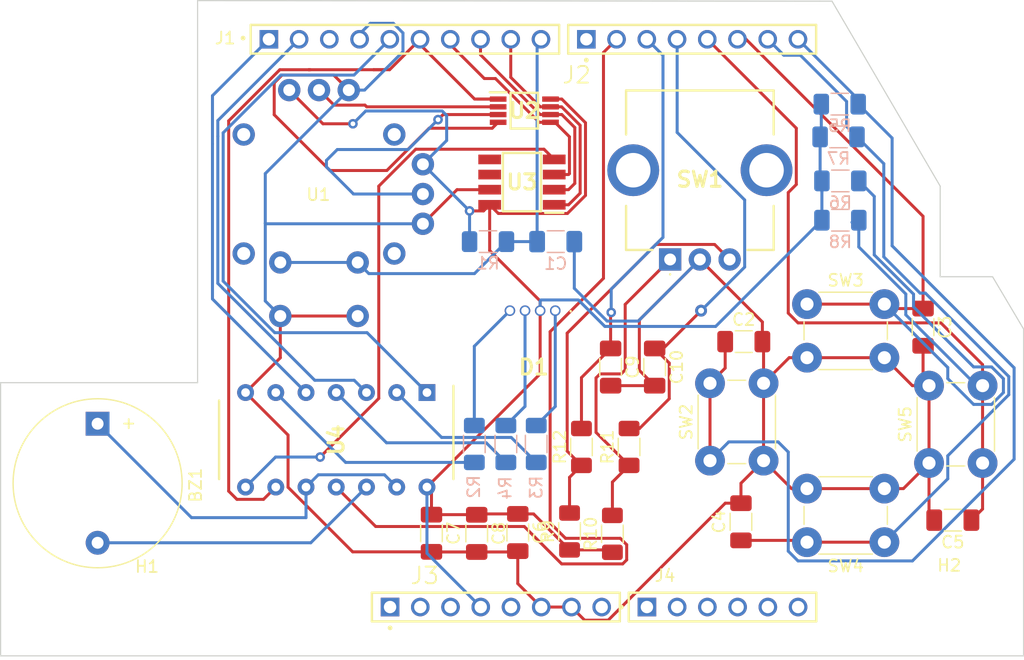
<source format=kicad_pcb>
(kicad_pcb (version 20171130) (host pcbnew "(5.1.10)-1")

  (general
    (thickness 1.6)
    (drawings 10)
    (tracks 349)
    (zones 0)
    (modules 39)
    (nets 52)
  )

  (page A4)
  (layers
    (0 F.Cu signal)
    (31 B.Cu signal)
    (32 B.Adhes user)
    (33 F.Adhes user)
    (34 B.Paste user)
    (35 F.Paste user)
    (36 B.SilkS user)
    (37 F.SilkS user)
    (38 B.Mask user)
    (39 F.Mask user)
    (40 Dwgs.User user)
    (41 Cmts.User user)
    (42 Eco1.User user)
    (43 Eco2.User user)
    (44 Edge.Cuts user)
    (45 Margin user)
    (46 B.CrtYd user)
    (47 F.CrtYd user)
    (48 B.Fab user)
    (49 F.Fab user)
  )

  (setup
    (last_trace_width 0.25)
    (trace_clearance 0.2)
    (zone_clearance 0.508)
    (zone_45_only no)
    (trace_min 0.2)
    (via_size 0.8)
    (via_drill 0.4)
    (via_min_size 0.4)
    (via_min_drill 0.3)
    (uvia_size 0.3)
    (uvia_drill 0.1)
    (uvias_allowed no)
    (uvia_min_size 0.2)
    (uvia_min_drill 0.1)
    (edge_width 0.1)
    (segment_width 0.2)
    (pcb_text_width 0.3)
    (pcb_text_size 1.5 1.5)
    (mod_edge_width 0.15)
    (mod_text_size 1 1)
    (mod_text_width 0.15)
    (pad_size 0.889 0.889)
    (pad_drill 0.635)
    (pad_to_mask_clearance 0)
    (aux_axis_origin 0 0)
    (visible_elements 7FFFFFFF)
    (pcbplotparams
      (layerselection 0x010fc_ffffffff)
      (usegerberextensions false)
      (usegerberattributes true)
      (usegerberadvancedattributes true)
      (creategerberjobfile true)
      (excludeedgelayer true)
      (linewidth 0.100000)
      (plotframeref false)
      (viasonmask false)
      (mode 1)
      (useauxorigin false)
      (hpglpennumber 1)
      (hpglpenspeed 20)
      (hpglpendiameter 15.000000)
      (psnegative false)
      (psa4output false)
      (plotreference true)
      (plotvalue true)
      (plotinvisibletext false)
      (padsonsilk false)
      (subtractmaskfromsilk false)
      (outputformat 1)
      (mirror false)
      (drillshape 0)
      (scaleselection 1)
      (outputdirectory "gerber/"))
  )

  (net 0 "")
  (net 1 "Net-(BZ1-Pad2)")
  (net 2 "Net-(BZ1-Pad1)")
  (net 3 GND)
  (net 4 +3V3)
  (net 5 "Net-(D1-Pad1)")
  (net 6 "Net-(D1-Pad3)")
  (net 7 "Net-(D1-Pad4)")
  (net 8 /Vin)
  (net 9 +5V)
  (net 10 /Reset)
  (net 11 /IOREF)
  (net 12 /A0)
  (net 13 /A1)
  (net 14 /A2)
  (net 15 /A3)
  (net 16 "/A4(SDA)")
  (net 17 "/A5(SCL)")
  (net 18 "Net-(R2-Pad1)")
  (net 19 "Net-(R3-Pad1)")
  (net 20 "Net-(R4-Pad1)")
  (net 21 "Net-(R12-Pad1)")
  (net 22 "Net-(R10-Pad2)")
  (net 23 "Net-(U3-Pad4)")
  (net 24 "Net-(U3-Pad5)")
  (net 25 "Net-(U3-Pad6)")
  (net 26 /JS_Button)
  (net 27 /BottomLeft)
  (net 28 /ButtonTop)
  (net 29 /ButtonBottom)
  (net 30 /ButtonRight)
  (net 31 /Rot2FPGA)
  (net 32 /FPGA2Rot)
  (net 33 /LED_B)
  (net 34 /LED_G)
  (net 35 /LED_R)
  (net 36 /ChipSelect)
  (net 37 /SPI2FPGA)
  (net 38 /FPGA2SPI)
  (net 39 /SPI_CLK)
  (net 40 /Buzzer)
  (net 41 "Net-(SW1-PadMH2)")
  (net 42 "Net-(SW1-PadMH1)")
  (net 43 "Net-(U1-Pad5)")
  (net 44 "Net-(U1-PadNC4)")
  (net 45 "Net-(U1-PadNC3)")
  (net 46 "Net-(U1-PadNC1)")
  (net 47 "Net-(U1-PadNC2)")
  (net 48 "Net-(U1-Pad2)")
  (net 49 "Net-(J1-Pad03)")
  (net 50 "Net-(J2-Pad01)")
  (net 51 "Net-(J3-Pad01)")

  (net_class Default "This is the default net class."
    (clearance 0.2)
    (trace_width 0.25)
    (via_dia 0.8)
    (via_drill 0.4)
    (uvia_dia 0.3)
    (uvia_drill 0.1)
    (add_net +3V3)
    (add_net +5V)
    (add_net /A0)
    (add_net /A1)
    (add_net /A2)
    (add_net /A3)
    (add_net "/A4(SDA)")
    (add_net "/A5(SCL)")
    (add_net /BottomLeft)
    (add_net /ButtonBottom)
    (add_net /ButtonRight)
    (add_net /ButtonTop)
    (add_net /Buzzer)
    (add_net /ChipSelect)
    (add_net /FPGA2Rot)
    (add_net /FPGA2SPI)
    (add_net /IOREF)
    (add_net /JS_Button)
    (add_net /LED_B)
    (add_net /LED_G)
    (add_net /LED_R)
    (add_net /Reset)
    (add_net /Rot2FPGA)
    (add_net /SPI2FPGA)
    (add_net /SPI_CLK)
    (add_net /Vin)
    (add_net GND)
    (add_net "Net-(BZ1-Pad1)")
    (add_net "Net-(BZ1-Pad2)")
    (add_net "Net-(D1-Pad1)")
    (add_net "Net-(D1-Pad3)")
    (add_net "Net-(D1-Pad4)")
    (add_net "Net-(J1-Pad03)")
    (add_net "Net-(J2-Pad01)")
    (add_net "Net-(J3-Pad01)")
    (add_net "Net-(R10-Pad2)")
    (add_net "Net-(R12-Pad1)")
    (add_net "Net-(R2-Pad1)")
    (add_net "Net-(R3-Pad1)")
    (add_net "Net-(R4-Pad1)")
    (add_net "Net-(SW1-PadMH1)")
    (add_net "Net-(SW1-PadMH2)")
    (add_net "Net-(U1-Pad2)")
    (add_net "Net-(U1-Pad5)")
    (add_net "Net-(U1-PadNC1)")
    (add_net "Net-(U1-PadNC2)")
    (add_net "Net-(U1-PadNC3)")
    (add_net "Net-(U1-PadNC4)")
    (add_net "Net-(U3-Pad4)")
    (add_net "Net-(U3-Pad5)")
    (add_net "Net-(U3-Pad6)")
  )

  (module FPGA-Shield:Joystick (layer F.Cu) (tedit 618C1813) (tstamp 618D1C4B)
    (at 117.75 54)
    (path /6177AA31)
    (fp_text reference U1 (at -0.05 0.05) (layer F.SilkS)
      (effects (font (size 1 1) (thickness 0.15)))
    )
    (fp_text value Joystick (at 0 -12.89) (layer F.Fab)
      (effects (font (size 1 1) (thickness 0.15)))
    )
    (fp_line (start -4.3 6.85) (end 4.3 6.85) (layer F.CrtYd) (width 0.12))
    (fp_line (start 4.3 11.875) (end 4.3 6.85) (layer F.CrtYd) (width 0.12))
    (fp_line (start -4.3 11.875) (end 4.3 11.875) (layer F.CrtYd) (width 0.12))
    (fp_line (start -4.3 6.85) (end -4.3 11.875) (layer F.CrtYd) (width 0.12))
    (fp_line (start 9.825 4.75) (end 7 4.75) (layer F.CrtYd) (width 0.12))
    (fp_line (start 9.825 -4.75) (end 9.825 4.75) (layer F.CrtYd) (width 0.12))
    (fp_line (start 7 -4.75) (end 9.825 -4.75) (layer F.CrtYd) (width 0.12))
    (fp_line (start 7 4.75) (end 7 -4.75) (layer F.CrtYd) (width 0.12))
    (fp_line (start 4.75 -6.15) (end -4.75 -6.15) (layer F.CrtYd) (width 0.12))
    (fp_line (start 4.75 -8.975) (end 4.75 -6.15) (layer F.CrtYd) (width 0.12))
    (fp_line (start -4.75 -8.975) (end 4.75 -8.975) (layer F.CrtYd) (width 0.12))
    (fp_line (start -4.75 -6.15) (end -4.75 -8.975) (layer F.CrtYd) (width 0.12))
    (fp_line (start -7.075 5.85) (end -7.075 6.85) (layer F.CrtYd) (width 0.12))
    (fp_line (start 7.075 6.85) (end 7.075 5.85) (layer F.CrtYd) (width 0.12))
    (fp_line (start -7.075 6.85) (end 7.075 6.85) (layer F.CrtYd) (width 0.12))
    (fp_line (start 7.075 -6.15) (end -7.075 -6.15) (layer F.CrtYd) (width 0.12))
    (fp_line (start 7.075 5.85) (end 7.075 -6.15) (layer F.CrtYd) (width 0.12))
    (fp_line (start -7.075 -6.15) (end -7.075 5.85) (layer F.CrtYd) (width 0.12))
    (fp_line (start 11 -10) (end 11 13) (layer F.CrtYd) (width 0.05))
    (fp_line (start 11 13) (end -8 13) (layer F.CrtYd) (width 0.05))
    (fp_line (start -8 13) (end -8 -10) (layer F.CrtYd) (width 0.05))
    (fp_line (start -8 -10) (end 11 -10) (layer F.CrtYd) (width 0.05))
    (pad 5 thru_hole circle (at 8.73 0) (size 1.875 1.875) (drill 1) (layers *.Cu *.Mask)
      (net 43 "Net-(U1-Pad5)"))
    (pad 4 thru_hole circle (at 8.73 2.5) (size 1.875 1.875) (drill 1) (layers *.Cu *.Mask)
      (net 3 GND))
    (pad 6 thru_hole circle (at 8.73 -2.5) (size 1.875 1.875) (drill 1) (layers *.Cu *.Mask)
      (net 4 +3V3))
    (pad b thru_hole circle (at -3.25 10.25 90) (size 1.875 1.875) (drill 1) (layers *.Cu *.Mask)
      (net 3 GND))
    (pad b thru_hole circle (at 3.25 10.25 90) (size 1.875 1.875) (drill 1) (layers *.Cu *.Mask)
      (net 3 GND))
    (pad a thru_hole circle (at 3.25 5.75 90) (size 1.875 1.875) (drill 1) (layers *.Cu *.Mask)
      (net 26 /JS_Button))
    (pad a thru_hole circle (at -3.25 5.75 90) (size 1.875 1.875) (drill 1) (layers *.Cu *.Mask)
      (net 26 /JS_Button))
    (pad NC4 thru_hole circle (at 6.325 5 90) (size 1.875 1.875) (drill 1.1) (layers *.Cu *.Mask)
      (net 44 "Net-(U1-PadNC4)"))
    (pad NC3 thru_hole circle (at -6.325 5 90) (size 1.875 1.875) (drill 1.1) (layers *.Cu *.Mask)
      (net 45 "Net-(U1-PadNC3)"))
    (pad NC1 thru_hole circle (at -6.325 -5 90) (size 1.875 1.875) (drill 1.1) (layers *.Cu *.Mask)
      (net 46 "Net-(U1-PadNC1)"))
    (pad NC2 thru_hole circle (at 6.325 -5 90) (size 1.875 1.875) (drill 1.1) (layers *.Cu *.Mask)
      (net 47 "Net-(U1-PadNC2)"))
    (pad 1 thru_hole circle (at 2.5 -8.73 90) (size 1.875 1.875) (drill 1) (layers *.Cu *.Mask)
      (net 3 GND))
    (pad 3 thru_hole circle (at -2.5 -8.73 90) (size 1.875 1.875) (drill 1) (layers *.Cu *.Mask)
      (net 4 +3V3))
    (pad 2 thru_hole circle (at 0 -8.73 90) (size 1.875 1.875) (drill 1) (layers *.Cu *.Mask)
      (net 48 "Net-(U1-Pad2)"))
  )

  (module MountingHole:MountingHole_2.5mm (layer F.Cu) (tedit 56D1B4CB) (tstamp 61904E38)
    (at 170.7 88.7)
    (descr "Mounting Hole 2.5mm, no annular")
    (tags "mounting hole 2.5mm no annular")
    (path /6190ABF3)
    (attr virtual)
    (fp_text reference H2 (at 0 -3.5) (layer F.SilkS)
      (effects (font (size 1 1) (thickness 0.15)))
    )
    (fp_text value MountingHole (at 0 3.5) (layer F.Fab)
      (effects (font (size 1 1) (thickness 0.15)))
    )
    (fp_circle (center 0 0) (end 2.75 0) (layer F.CrtYd) (width 0.05))
    (fp_circle (center 0 0) (end 2.5 0) (layer Cmts.User) (width 0.15))
    (fp_text user %R (at 0.3 0) (layer F.Fab)
      (effects (font (size 1 1) (thickness 0.15)))
    )
    (pad 1 np_thru_hole circle (at 0 0) (size 2.5 2.5) (drill 2.5) (layers *.Cu *.Mask))
  )

  (module MountingHole:MountingHole_2.5mm (layer F.Cu) (tedit 56D1B4CB) (tstamp 6196B673)
    (at 103.3 88.8)
    (descr "Mounting Hole 2.5mm, no annular")
    (tags "mounting hole 2.5mm no annular")
    (path /6190A22D)
    (attr virtual)
    (fp_text reference H1 (at 0 -3.5) (layer F.SilkS)
      (effects (font (size 1 1) (thickness 0.15)))
    )
    (fp_text value MountingHole (at 0 3.5) (layer F.Fab)
      (effects (font (size 1 1) (thickness 0.15)))
    )
    (fp_circle (center 0 0) (end 2.75 0) (layer F.CrtYd) (width 0.05))
    (fp_circle (center 0 0) (end 2.5 0) (layer Cmts.User) (width 0.15))
    (fp_text user %R (at 4.19 0) (layer F.Fab)
      (effects (font (size 1 1) (thickness 0.15)))
    )
    (pad 1 np_thru_hole circle (at 0 0) (size 2.5 2.5) (drill 2.5) (layers *.Cu *.Mask))
  )

  (module Resistor_SMD:R_1206_3216Metric_Pad1.30x1.75mm_HandSolder (layer B.Cu) (tedit 5F68FEEE) (tstamp 618DD470)
    (at 161.55 52.9)
    (descr "Resistor SMD 1206 (3216 Metric), square (rectangular) end terminal, IPC_7351 nominal with elongated pad for handsoldering. (Body size source: IPC-SM-782 page 72, https://www.pcb-3d.com/wordpress/wp-content/uploads/ipc-sm-782a_amendment_1_and_2.pdf), generated with kicad-footprint-generator")
    (tags "resistor handsolder")
    (path /61621F7C)
    (attr smd)
    (fp_text reference R6 (at 0 1.82 180) (layer B.SilkS)
      (effects (font (size 1 1) (thickness 0.15)) (justify mirror))
    )
    (fp_text value 10k (at 0 -1.82 180) (layer B.Fab)
      (effects (font (size 1 1) (thickness 0.15)) (justify mirror))
    )
    (fp_line (start -1.6 -0.8) (end -1.6 0.8) (layer B.Fab) (width 0.1))
    (fp_line (start -1.6 0.8) (end 1.6 0.8) (layer B.Fab) (width 0.1))
    (fp_line (start 1.6 0.8) (end 1.6 -0.8) (layer B.Fab) (width 0.1))
    (fp_line (start 1.6 -0.8) (end -1.6 -0.8) (layer B.Fab) (width 0.1))
    (fp_line (start -0.727064 0.91) (end 0.727064 0.91) (layer B.SilkS) (width 0.12))
    (fp_line (start -0.727064 -0.91) (end 0.727064 -0.91) (layer B.SilkS) (width 0.12))
    (fp_line (start -2.45 -1.12) (end -2.45 1.12) (layer B.CrtYd) (width 0.05))
    (fp_line (start -2.45 1.12) (end 2.45 1.12) (layer B.CrtYd) (width 0.05))
    (fp_line (start 2.45 1.12) (end 2.45 -1.12) (layer B.CrtYd) (width 0.05))
    (fp_line (start 2.45 -1.12) (end -2.45 -1.12) (layer B.CrtYd) (width 0.05))
    (fp_text user %R (at 0 0 180) (layer B.Fab)
      (effects (font (size 0.8 0.8) (thickness 0.12)) (justify mirror))
    )
    (pad 2 smd roundrect (at 1.55 0) (size 1.3 1.75) (layers B.Cu B.Paste B.Mask) (roundrect_rratio 0.1923076923076923)
      (net 28 /ButtonTop))
    (pad 1 smd roundrect (at -1.55 0) (size 1.3 1.75) (layers B.Cu B.Paste B.Mask) (roundrect_rratio 0.1923076923076923)
      (net 4 +3V3))
    (model ${KISYS3DMOD}/Resistor_SMD.3dshapes/R_1206_3216Metric.wrl
      (at (xyz 0 0 0))
      (scale (xyz 1 1 1))
      (rotate (xyz 0 0 0))
    )
  )

  (module Resistor_SMD:R_1206_3216Metric_Pad1.30x1.75mm_HandSolder (layer B.Cu) (tedit 5F68FEEE) (tstamp 618DCF26)
    (at 161.5 46.45)
    (descr "Resistor SMD 1206 (3216 Metric), square (rectangular) end terminal, IPC_7351 nominal with elongated pad for handsoldering. (Body size source: IPC-SM-782 page 72, https://www.pcb-3d.com/wordpress/wp-content/uploads/ipc-sm-782a_amendment_1_and_2.pdf), generated with kicad-footprint-generator")
    (tags "resistor handsolder")
    (path /6161FB9F)
    (attr smd)
    (fp_text reference R5 (at 0 1.82 180) (layer B.SilkS)
      (effects (font (size 1 1) (thickness 0.15)) (justify mirror))
    )
    (fp_text value 10k (at 0 -1.82 180) (layer B.Fab)
      (effects (font (size 1 1) (thickness 0.15)) (justify mirror))
    )
    (fp_line (start 2.45 -1.12) (end -2.45 -1.12) (layer B.CrtYd) (width 0.05))
    (fp_line (start 2.45 1.12) (end 2.45 -1.12) (layer B.CrtYd) (width 0.05))
    (fp_line (start -2.45 1.12) (end 2.45 1.12) (layer B.CrtYd) (width 0.05))
    (fp_line (start -2.45 -1.12) (end -2.45 1.12) (layer B.CrtYd) (width 0.05))
    (fp_line (start -0.727064 -0.91) (end 0.727064 -0.91) (layer B.SilkS) (width 0.12))
    (fp_line (start -0.727064 0.91) (end 0.727064 0.91) (layer B.SilkS) (width 0.12))
    (fp_line (start 1.6 -0.8) (end -1.6 -0.8) (layer B.Fab) (width 0.1))
    (fp_line (start 1.6 0.8) (end 1.6 -0.8) (layer B.Fab) (width 0.1))
    (fp_line (start -1.6 0.8) (end 1.6 0.8) (layer B.Fab) (width 0.1))
    (fp_line (start -1.6 -0.8) (end -1.6 0.8) (layer B.Fab) (width 0.1))
    (fp_text user %R (at 0 0 180) (layer B.Fab)
      (effects (font (size 0.8 0.8) (thickness 0.12)) (justify mirror))
    )
    (pad 1 smd roundrect (at -1.55 0) (size 1.3 1.75) (layers B.Cu B.Paste B.Mask) (roundrect_rratio 0.1923076923076923)
      (net 4 +3V3))
    (pad 2 smd roundrect (at 1.55 0) (size 1.3 1.75) (layers B.Cu B.Paste B.Mask) (roundrect_rratio 0.1923076923076923)
      (net 27 /BottomLeft))
    (model ${KISYS3DMOD}/Resistor_SMD.3dshapes/R_1206_3216Metric.wrl
      (at (xyz 0 0 0))
      (scale (xyz 1 1 1))
      (rotate (xyz 0 0 0))
    )
  )

  (module Resistor_SMD:R_1206_3216Metric_Pad1.30x1.75mm_HandSolder (layer F.Cu) (tedit 5F68FEEE) (tstamp 618DC0BC)
    (at 139.8 75.25 90)
    (descr "Resistor SMD 1206 (3216 Metric), square (rectangular) end terminal, IPC_7351 nominal with elongated pad for handsoldering. (Body size source: IPC-SM-782 page 72, https://www.pcb-3d.com/wordpress/wp-content/uploads/ipc-sm-782a_amendment_1_and_2.pdf), generated with kicad-footprint-generator")
    (tags "resistor handsolder")
    (path /618E75A3)
    (attr smd)
    (fp_text reference R12 (at 0 -1.82 90) (layer F.SilkS)
      (effects (font (size 1 1) (thickness 0.15)))
    )
    (fp_text value 10k (at 0 1.82 90) (layer F.Fab)
      (effects (font (size 1 1) (thickness 0.15)))
    )
    (fp_line (start -1.6 0.8) (end -1.6 -0.8) (layer F.Fab) (width 0.1))
    (fp_line (start -1.6 -0.8) (end 1.6 -0.8) (layer F.Fab) (width 0.1))
    (fp_line (start 1.6 -0.8) (end 1.6 0.8) (layer F.Fab) (width 0.1))
    (fp_line (start 1.6 0.8) (end -1.6 0.8) (layer F.Fab) (width 0.1))
    (fp_line (start -0.727064 -0.91) (end 0.727064 -0.91) (layer F.SilkS) (width 0.12))
    (fp_line (start -0.727064 0.91) (end 0.727064 0.91) (layer F.SilkS) (width 0.12))
    (fp_line (start -2.45 1.12) (end -2.45 -1.12) (layer F.CrtYd) (width 0.05))
    (fp_line (start -2.45 -1.12) (end 2.45 -1.12) (layer F.CrtYd) (width 0.05))
    (fp_line (start 2.45 -1.12) (end 2.45 1.12) (layer F.CrtYd) (width 0.05))
    (fp_line (start 2.45 1.12) (end -2.45 1.12) (layer F.CrtYd) (width 0.05))
    (fp_text user %R (at 0 0 90) (layer F.Fab)
      (effects (font (size 0.8 0.8) (thickness 0.12)))
    )
    (pad 2 smd roundrect (at 1.55 0 90) (size 1.3 1.75) (layers F.Cu F.Paste F.Mask) (roundrect_rratio 0.1923076923076923)
      (net 31 /Rot2FPGA))
    (pad 1 smd roundrect (at -1.55 0 90) (size 1.3 1.75) (layers F.Cu F.Paste F.Mask) (roundrect_rratio 0.1923076923076923)
      (net 21 "Net-(R12-Pad1)"))
    (model ${KISYS3DMOD}/Resistor_SMD.3dshapes/R_1206_3216Metric.wrl
      (at (xyz 0 0 0))
      (scale (xyz 1 1 1))
      (rotate (xyz 0 0 0))
    )
  )

  (module Resistor_SMD:R_1206_3216Metric_Pad1.30x1.75mm_HandSolder (layer F.Cu) (tedit 5F68FEEE) (tstamp 618DC0AB)
    (at 143.8 75.25 90)
    (descr "Resistor SMD 1206 (3216 Metric), square (rectangular) end terminal, IPC_7351 nominal with elongated pad for handsoldering. (Body size source: IPC-SM-782 page 72, https://www.pcb-3d.com/wordpress/wp-content/uploads/ipc-sm-782a_amendment_1_and_2.pdf), generated with kicad-footprint-generator")
    (tags "resistor handsolder")
    (path /618E759D)
    (attr smd)
    (fp_text reference R11 (at 0 -1.82 90) (layer F.SilkS)
      (effects (font (size 1 1) (thickness 0.15)))
    )
    (fp_text value 10k (at 0 1.82 90) (layer F.Fab)
      (effects (font (size 1 1) (thickness 0.15)))
    )
    (fp_line (start -1.6 0.8) (end -1.6 -0.8) (layer F.Fab) (width 0.1))
    (fp_line (start -1.6 -0.8) (end 1.6 -0.8) (layer F.Fab) (width 0.1))
    (fp_line (start 1.6 -0.8) (end 1.6 0.8) (layer F.Fab) (width 0.1))
    (fp_line (start 1.6 0.8) (end -1.6 0.8) (layer F.Fab) (width 0.1))
    (fp_line (start -0.727064 -0.91) (end 0.727064 -0.91) (layer F.SilkS) (width 0.12))
    (fp_line (start -0.727064 0.91) (end 0.727064 0.91) (layer F.SilkS) (width 0.12))
    (fp_line (start -2.45 1.12) (end -2.45 -1.12) (layer F.CrtYd) (width 0.05))
    (fp_line (start -2.45 -1.12) (end 2.45 -1.12) (layer F.CrtYd) (width 0.05))
    (fp_line (start 2.45 -1.12) (end 2.45 1.12) (layer F.CrtYd) (width 0.05))
    (fp_line (start 2.45 1.12) (end -2.45 1.12) (layer F.CrtYd) (width 0.05))
    (fp_text user %R (at 0 0 90) (layer F.Fab)
      (effects (font (size 0.8 0.8) (thickness 0.12)))
    )
    (pad 2 smd roundrect (at 1.55 0 90) (size 1.3 1.75) (layers F.Cu F.Paste F.Mask) (roundrect_rratio 0.1923076923076923)
      (net 32 /FPGA2Rot))
    (pad 1 smd roundrect (at -1.55 0 90) (size 1.3 1.75) (layers F.Cu F.Paste F.Mask) (roundrect_rratio 0.1923076923076923)
      (net 22 "Net-(R10-Pad2)"))
    (model ${KISYS3DMOD}/Resistor_SMD.3dshapes/R_1206_3216Metric.wrl
      (at (xyz 0 0 0))
      (scale (xyz 1 1 1))
      (rotate (xyz 0 0 0))
    )
  )

  (module Resistor_SMD:R_1206_3216Metric_Pad1.30x1.75mm_HandSolder (layer F.Cu) (tedit 5F68FEEE) (tstamp 618DC09A)
    (at 142.4 82.55 90)
    (descr "Resistor SMD 1206 (3216 Metric), square (rectangular) end terminal, IPC_7351 nominal with elongated pad for handsoldering. (Body size source: IPC-SM-782 page 72, https://www.pcb-3d.com/wordpress/wp-content/uploads/ipc-sm-782a_amendment_1_and_2.pdf), generated with kicad-footprint-generator")
    (tags "resistor handsolder")
    (path /61ACF8F0)
    (attr smd)
    (fp_text reference R10 (at 0 -1.82 90) (layer F.SilkS)
      (effects (font (size 1 1) (thickness 0.15)))
    )
    (fp_text value 10k (at 0 1.82 90) (layer F.Fab)
      (effects (font (size 1 1) (thickness 0.15)))
    )
    (fp_line (start -1.6 0.8) (end -1.6 -0.8) (layer F.Fab) (width 0.1))
    (fp_line (start -1.6 -0.8) (end 1.6 -0.8) (layer F.Fab) (width 0.1))
    (fp_line (start 1.6 -0.8) (end 1.6 0.8) (layer F.Fab) (width 0.1))
    (fp_line (start 1.6 0.8) (end -1.6 0.8) (layer F.Fab) (width 0.1))
    (fp_line (start -0.727064 -0.91) (end 0.727064 -0.91) (layer F.SilkS) (width 0.12))
    (fp_line (start -0.727064 0.91) (end 0.727064 0.91) (layer F.SilkS) (width 0.12))
    (fp_line (start -2.45 1.12) (end -2.45 -1.12) (layer F.CrtYd) (width 0.05))
    (fp_line (start -2.45 -1.12) (end 2.45 -1.12) (layer F.CrtYd) (width 0.05))
    (fp_line (start 2.45 -1.12) (end 2.45 1.12) (layer F.CrtYd) (width 0.05))
    (fp_line (start 2.45 1.12) (end -2.45 1.12) (layer F.CrtYd) (width 0.05))
    (fp_text user %R (at 0 0 90) (layer F.Fab)
      (effects (font (size 0.8 0.8) (thickness 0.12)))
    )
    (pad 2 smd roundrect (at 1.55 0 90) (size 1.3 1.75) (layers F.Cu F.Paste F.Mask) (roundrect_rratio 0.1923076923076923)
      (net 22 "Net-(R10-Pad2)"))
    (pad 1 smd roundrect (at -1.55 0 90) (size 1.3 1.75) (layers F.Cu F.Paste F.Mask) (roundrect_rratio 0.1923076923076923)
      (net 4 +3V3))
    (model ${KISYS3DMOD}/Resistor_SMD.3dshapes/R_1206_3216Metric.wrl
      (at (xyz 0 0 0))
      (scale (xyz 1 1 1))
      (rotate (xyz 0 0 0))
    )
  )

  (module Resistor_SMD:R_1206_3216Metric_Pad1.30x1.75mm_HandSolder (layer F.Cu) (tedit 5F68FEEE) (tstamp 618DC089)
    (at 138.8 82.35 90)
    (descr "Resistor SMD 1206 (3216 Metric), square (rectangular) end terminal, IPC_7351 nominal with elongated pad for handsoldering. (Body size source: IPC-SM-782 page 72, https://www.pcb-3d.com/wordpress/wp-content/uploads/ipc-sm-782a_amendment_1_and_2.pdf), generated with kicad-footprint-generator")
    (tags "resistor handsolder")
    (path /61AC586E)
    (attr smd)
    (fp_text reference R9 (at 0 -1.82 90) (layer F.SilkS)
      (effects (font (size 1 1) (thickness 0.15)))
    )
    (fp_text value 10k (at 0 1.82 90) (layer F.Fab)
      (effects (font (size 1 1) (thickness 0.15)))
    )
    (fp_line (start -1.6 0.8) (end -1.6 -0.8) (layer F.Fab) (width 0.1))
    (fp_line (start -1.6 -0.8) (end 1.6 -0.8) (layer F.Fab) (width 0.1))
    (fp_line (start 1.6 -0.8) (end 1.6 0.8) (layer F.Fab) (width 0.1))
    (fp_line (start 1.6 0.8) (end -1.6 0.8) (layer F.Fab) (width 0.1))
    (fp_line (start -0.727064 -0.91) (end 0.727064 -0.91) (layer F.SilkS) (width 0.12))
    (fp_line (start -0.727064 0.91) (end 0.727064 0.91) (layer F.SilkS) (width 0.12))
    (fp_line (start -2.45 1.12) (end -2.45 -1.12) (layer F.CrtYd) (width 0.05))
    (fp_line (start -2.45 -1.12) (end 2.45 -1.12) (layer F.CrtYd) (width 0.05))
    (fp_line (start 2.45 -1.12) (end 2.45 1.12) (layer F.CrtYd) (width 0.05))
    (fp_line (start 2.45 1.12) (end -2.45 1.12) (layer F.CrtYd) (width 0.05))
    (fp_text user %R (at 0 0 90) (layer F.Fab)
      (effects (font (size 0.8 0.8) (thickness 0.12)))
    )
    (pad 2 smd roundrect (at 1.55 0 90) (size 1.3 1.75) (layers F.Cu F.Paste F.Mask) (roundrect_rratio 0.1923076923076923)
      (net 21 "Net-(R12-Pad1)"))
    (pad 1 smd roundrect (at -1.55 0 90) (size 1.3 1.75) (layers F.Cu F.Paste F.Mask) (roundrect_rratio 0.1923076923076923)
      (net 4 +3V3))
    (model ${KISYS3DMOD}/Resistor_SMD.3dshapes/R_1206_3216Metric.wrl
      (at (xyz 0 0 0))
      (scale (xyz 1 1 1))
      (rotate (xyz 0 0 0))
    )
  )

  (module Resistor_SMD:R_1206_3216Metric_Pad1.30x1.75mm_HandSolder (layer B.Cu) (tedit 5F68FEEE) (tstamp 618DC078)
    (at 161.55 56.2)
    (descr "Resistor SMD 1206 (3216 Metric), square (rectangular) end terminal, IPC_7351 nominal with elongated pad for handsoldering. (Body size source: IPC-SM-782 page 72, https://www.pcb-3d.com/wordpress/wp-content/uploads/ipc-sm-782a_amendment_1_and_2.pdf), generated with kicad-footprint-generator")
    (tags "resistor handsolder")
    (path /616196A5)
    (attr smd)
    (fp_text reference R8 (at 0 1.82 180) (layer B.SilkS)
      (effects (font (size 1 1) (thickness 0.15)) (justify mirror))
    )
    (fp_text value 10k (at 0 -1.82 180) (layer B.Fab)
      (effects (font (size 1 1) (thickness 0.15)) (justify mirror))
    )
    (fp_line (start -1.6 -0.8) (end -1.6 0.8) (layer B.Fab) (width 0.1))
    (fp_line (start -1.6 0.8) (end 1.6 0.8) (layer B.Fab) (width 0.1))
    (fp_line (start 1.6 0.8) (end 1.6 -0.8) (layer B.Fab) (width 0.1))
    (fp_line (start 1.6 -0.8) (end -1.6 -0.8) (layer B.Fab) (width 0.1))
    (fp_line (start -0.727064 0.91) (end 0.727064 0.91) (layer B.SilkS) (width 0.12))
    (fp_line (start -0.727064 -0.91) (end 0.727064 -0.91) (layer B.SilkS) (width 0.12))
    (fp_line (start -2.45 -1.12) (end -2.45 1.12) (layer B.CrtYd) (width 0.05))
    (fp_line (start -2.45 1.12) (end 2.45 1.12) (layer B.CrtYd) (width 0.05))
    (fp_line (start 2.45 1.12) (end 2.45 -1.12) (layer B.CrtYd) (width 0.05))
    (fp_line (start 2.45 -1.12) (end -2.45 -1.12) (layer B.CrtYd) (width 0.05))
    (fp_text user %R (at 0 0) (layer B.Fab)
      (effects (font (size 0.8 0.8) (thickness 0.12)) (justify mirror))
    )
    (pad 2 smd roundrect (at 1.55 0) (size 1.3 1.75) (layers B.Cu B.Paste B.Mask) (roundrect_rratio 0.1923076923076923)
      (net 30 /ButtonRight))
    (pad 1 smd roundrect (at -1.55 0) (size 1.3 1.75) (layers B.Cu B.Paste B.Mask) (roundrect_rratio 0.1923076923076923)
      (net 4 +3V3))
    (model ${KISYS3DMOD}/Resistor_SMD.3dshapes/R_1206_3216Metric.wrl
      (at (xyz 0 0 0))
      (scale (xyz 1 1 1))
      (rotate (xyz 0 0 0))
    )
  )

  (module Resistor_SMD:R_1206_3216Metric_Pad1.30x1.75mm_HandSolder (layer B.Cu) (tedit 5F68FEEE) (tstamp 618DC067)
    (at 161.4 49.2)
    (descr "Resistor SMD 1206 (3216 Metric), square (rectangular) end terminal, IPC_7351 nominal with elongated pad for handsoldering. (Body size source: IPC-SM-782 page 72, https://www.pcb-3d.com/wordpress/wp-content/uploads/ipc-sm-782a_amendment_1_and_2.pdf), generated with kicad-footprint-generator")
    (tags "resistor handsolder")
    (path /6161D77E)
    (attr smd)
    (fp_text reference R7 (at 0 1.82 180) (layer B.SilkS)
      (effects (font (size 1 1) (thickness 0.15)) (justify mirror))
    )
    (fp_text value 10k (at 0 -1.82 180) (layer B.Fab)
      (effects (font (size 1 1) (thickness 0.15)) (justify mirror))
    )
    (fp_line (start 2.45 -1.12) (end -2.45 -1.12) (layer B.CrtYd) (width 0.05))
    (fp_line (start 2.45 1.12) (end 2.45 -1.12) (layer B.CrtYd) (width 0.05))
    (fp_line (start -2.45 1.12) (end 2.45 1.12) (layer B.CrtYd) (width 0.05))
    (fp_line (start -2.45 -1.12) (end -2.45 1.12) (layer B.CrtYd) (width 0.05))
    (fp_line (start -0.727064 -0.91) (end 0.727064 -0.91) (layer B.SilkS) (width 0.12))
    (fp_line (start -0.727064 0.91) (end 0.727064 0.91) (layer B.SilkS) (width 0.12))
    (fp_line (start 1.6 -0.8) (end -1.6 -0.8) (layer B.Fab) (width 0.1))
    (fp_line (start 1.6 0.8) (end 1.6 -0.8) (layer B.Fab) (width 0.1))
    (fp_line (start -1.6 0.8) (end 1.6 0.8) (layer B.Fab) (width 0.1))
    (fp_line (start -1.6 -0.8) (end -1.6 0.8) (layer B.Fab) (width 0.1))
    (fp_text user %R (at 0 0 180) (layer B.Fab)
      (effects (font (size 0.8 0.8) (thickness 0.12)) (justify mirror))
    )
    (pad 1 smd roundrect (at -1.55 0) (size 1.3 1.75) (layers B.Cu B.Paste B.Mask) (roundrect_rratio 0.1923076923076923)
      (net 4 +3V3))
    (pad 2 smd roundrect (at 1.55 0) (size 1.3 1.75) (layers B.Cu B.Paste B.Mask) (roundrect_rratio 0.1923076923076923)
      (net 29 /ButtonBottom))
    (model ${KISYS3DMOD}/Resistor_SMD.3dshapes/R_1206_3216Metric.wrl
      (at (xyz 0 0 0))
      (scale (xyz 1 1 1))
      (rotate (xyz 0 0 0))
    )
  )

  (module Resistor_SMD:R_1206_3216Metric_Pad1.30x1.75mm_HandSolder (layer B.Cu) (tedit 5F68FEEE) (tstamp 618DC034)
    (at 133.45 75 90)
    (descr "Resistor SMD 1206 (3216 Metric), square (rectangular) end terminal, IPC_7351 nominal with elongated pad for handsoldering. (Body size source: IPC-SM-782 page 72, https://www.pcb-3d.com/wordpress/wp-content/uploads/ipc-sm-782a_amendment_1_and_2.pdf), generated with kicad-footprint-generator")
    (tags "resistor handsolder")
    (path /6173D596)
    (attr smd)
    (fp_text reference R4 (at -3.7 -0.05 270) (layer B.SilkS)
      (effects (font (size 1 1) (thickness 0.15)) (justify mirror))
    )
    (fp_text value 10 (at 0 -1.82 270) (layer B.Fab)
      (effects (font (size 1 1) (thickness 0.15)) (justify mirror))
    )
    (fp_line (start -1.6 -0.8) (end -1.6 0.8) (layer B.Fab) (width 0.1))
    (fp_line (start -1.6 0.8) (end 1.6 0.8) (layer B.Fab) (width 0.1))
    (fp_line (start 1.6 0.8) (end 1.6 -0.8) (layer B.Fab) (width 0.1))
    (fp_line (start 1.6 -0.8) (end -1.6 -0.8) (layer B.Fab) (width 0.1))
    (fp_line (start -0.727064 0.91) (end 0.727064 0.91) (layer B.SilkS) (width 0.12))
    (fp_line (start -0.727064 -0.91) (end 0.727064 -0.91) (layer B.SilkS) (width 0.12))
    (fp_line (start -2.45 -1.12) (end -2.45 1.12) (layer B.CrtYd) (width 0.05))
    (fp_line (start -2.45 1.12) (end 2.45 1.12) (layer B.CrtYd) (width 0.05))
    (fp_line (start 2.45 1.12) (end 2.45 -1.12) (layer B.CrtYd) (width 0.05))
    (fp_line (start 2.45 -1.12) (end -2.45 -1.12) (layer B.CrtYd) (width 0.05))
    (fp_text user %R (at 0 0 270) (layer B.Fab)
      (effects (font (size 0.8 0.8) (thickness 0.12)) (justify mirror))
    )
    (pad 2 smd roundrect (at 1.55 0 90) (size 1.3 1.75) (layers B.Cu B.Paste B.Mask) (roundrect_rratio 0.1923076923076923)
      (net 6 "Net-(D1-Pad3)"))
    (pad 1 smd roundrect (at -1.55 0 90) (size 1.3 1.75) (layers B.Cu B.Paste B.Mask) (roundrect_rratio 0.1923076923076923)
      (net 20 "Net-(R4-Pad1)"))
    (model ${KISYS3DMOD}/Resistor_SMD.3dshapes/R_1206_3216Metric.wrl
      (at (xyz 0 0 0))
      (scale (xyz 1 1 1))
      (rotate (xyz 0 0 0))
    )
  )

  (module Resistor_SMD:R_1206_3216Metric_Pad1.30x1.75mm_HandSolder (layer B.Cu) (tedit 5F68FEEE) (tstamp 618DC023)
    (at 136 75 90)
    (descr "Resistor SMD 1206 (3216 Metric), square (rectangular) end terminal, IPC_7351 nominal with elongated pad for handsoldering. (Body size source: IPC-SM-782 page 72, https://www.pcb-3d.com/wordpress/wp-content/uploads/ipc-sm-782a_amendment_1_and_2.pdf), generated with kicad-footprint-generator")
    (tags "resistor handsolder")
    (path /6173DF02)
    (attr smd)
    (fp_text reference R3 (at -3.65 0 270) (layer B.SilkS)
      (effects (font (size 1 1) (thickness 0.15)) (justify mirror))
    )
    (fp_text value 40 (at 0 -1.82 180) (layer B.Fab)
      (effects (font (size 1 1) (thickness 0.15)) (justify mirror))
    )
    (fp_line (start -1.6 -0.8) (end -1.6 0.8) (layer B.Fab) (width 0.1))
    (fp_line (start -1.6 0.8) (end 1.6 0.8) (layer B.Fab) (width 0.1))
    (fp_line (start 1.6 0.8) (end 1.6 -0.8) (layer B.Fab) (width 0.1))
    (fp_line (start 1.6 -0.8) (end -1.6 -0.8) (layer B.Fab) (width 0.1))
    (fp_line (start -0.727064 0.91) (end 0.727064 0.91) (layer B.SilkS) (width 0.12))
    (fp_line (start -0.727064 -0.91) (end 0.727064 -0.91) (layer B.SilkS) (width 0.12))
    (fp_line (start -2.45 -1.12) (end -2.45 1.12) (layer B.CrtYd) (width 0.05))
    (fp_line (start -2.45 1.12) (end 2.45 1.12) (layer B.CrtYd) (width 0.05))
    (fp_line (start 2.45 1.12) (end 2.45 -1.12) (layer B.CrtYd) (width 0.05))
    (fp_line (start 2.45 -1.12) (end -2.45 -1.12) (layer B.CrtYd) (width 0.05))
    (fp_text user %R (at 0 0 90) (layer B.Fab)
      (effects (font (size 0.8 0.8) (thickness 0.12)) (justify mirror))
    )
    (pad 2 smd roundrect (at 1.55 0 90) (size 1.3 1.75) (layers B.Cu B.Paste B.Mask) (roundrect_rratio 0.1923076923076923)
      (net 5 "Net-(D1-Pad1)"))
    (pad 1 smd roundrect (at -1.55 0 90) (size 1.3 1.75) (layers B.Cu B.Paste B.Mask) (roundrect_rratio 0.1923076923076923)
      (net 19 "Net-(R3-Pad1)"))
    (model ${KISYS3DMOD}/Resistor_SMD.3dshapes/R_1206_3216Metric.wrl
      (at (xyz 0 0 0))
      (scale (xyz 1 1 1))
      (rotate (xyz 0 0 0))
    )
  )

  (module Resistor_SMD:R_1206_3216Metric_Pad1.30x1.75mm_HandSolder (layer B.Cu) (tedit 5F68FEEE) (tstamp 618DC012)
    (at 130.8 75 90)
    (descr "Resistor SMD 1206 (3216 Metric), square (rectangular) end terminal, IPC_7351 nominal with elongated pad for handsoldering. (Body size source: IPC-SM-782 page 72, https://www.pcb-3d.com/wordpress/wp-content/uploads/ipc-sm-782a_amendment_1_and_2.pdf), generated with kicad-footprint-generator")
    (tags "resistor handsolder")
    (path /6173CAAD)
    (attr smd)
    (fp_text reference R2 (at -3.6 -0.05 270) (layer B.SilkS)
      (effects (font (size 1 1) (thickness 0.15)) (justify mirror))
    )
    (fp_text value 10 (at 0 -1.82 270) (layer B.Fab)
      (effects (font (size 1 1) (thickness 0.15)) (justify mirror))
    )
    (fp_line (start -1.6 -0.8) (end -1.6 0.8) (layer B.Fab) (width 0.1))
    (fp_line (start -1.6 0.8) (end 1.6 0.8) (layer B.Fab) (width 0.1))
    (fp_line (start 1.6 0.8) (end 1.6 -0.8) (layer B.Fab) (width 0.1))
    (fp_line (start 1.6 -0.8) (end -1.6 -0.8) (layer B.Fab) (width 0.1))
    (fp_line (start -0.727064 0.91) (end 0.727064 0.91) (layer B.SilkS) (width 0.12))
    (fp_line (start -0.727064 -0.91) (end 0.727064 -0.91) (layer B.SilkS) (width 0.12))
    (fp_line (start -2.45 -1.12) (end -2.45 1.12) (layer B.CrtYd) (width 0.05))
    (fp_line (start -2.45 1.12) (end 2.45 1.12) (layer B.CrtYd) (width 0.05))
    (fp_line (start 2.45 1.12) (end 2.45 -1.12) (layer B.CrtYd) (width 0.05))
    (fp_line (start 2.45 -1.12) (end -2.45 -1.12) (layer B.CrtYd) (width 0.05))
    (fp_text user %R (at 0 0 270) (layer B.Fab)
      (effects (font (size 0.8 0.8) (thickness 0.12)) (justify mirror))
    )
    (pad 2 smd roundrect (at 1.55 0 90) (size 1.3 1.75) (layers B.Cu B.Paste B.Mask) (roundrect_rratio 0.1923076923076923)
      (net 7 "Net-(D1-Pad4)"))
    (pad 1 smd roundrect (at -1.55 0 90) (size 1.3 1.75) (layers B.Cu B.Paste B.Mask) (roundrect_rratio 0.1923076923076923)
      (net 18 "Net-(R2-Pad1)"))
    (model ${KISYS3DMOD}/Resistor_SMD.3dshapes/R_1206_3216Metric.wrl
      (at (xyz 0 0 0))
      (scale (xyz 1 1 1))
      (rotate (xyz 0 0 0))
    )
  )

  (module Resistor_SMD:R_1206_3216Metric_Pad1.30x1.75mm_HandSolder (layer B.Cu) (tedit 5F68FEEE) (tstamp 618DE66F)
    (at 131.95 58)
    (descr "Resistor SMD 1206 (3216 Metric), square (rectangular) end terminal, IPC_7351 nominal with elongated pad for handsoldering. (Body size source: IPC-SM-782 page 72, https://www.pcb-3d.com/wordpress/wp-content/uploads/ipc-sm-782a_amendment_1_and_2.pdf), generated with kicad-footprint-generator")
    (tags "resistor handsolder")
    (path /6179988F)
    (attr smd)
    (fp_text reference R1 (at 0 1.82) (layer B.SilkS)
      (effects (font (size 1 1) (thickness 0.15)) (justify mirror))
    )
    (fp_text value 10k (at 0 -1.82) (layer B.Fab)
      (effects (font (size 1 1) (thickness 0.15)) (justify mirror))
    )
    (fp_line (start -1.6 -0.8) (end -1.6 0.8) (layer B.Fab) (width 0.1))
    (fp_line (start -1.6 0.8) (end 1.6 0.8) (layer B.Fab) (width 0.1))
    (fp_line (start 1.6 0.8) (end 1.6 -0.8) (layer B.Fab) (width 0.1))
    (fp_line (start 1.6 -0.8) (end -1.6 -0.8) (layer B.Fab) (width 0.1))
    (fp_line (start -0.727064 0.91) (end 0.727064 0.91) (layer B.SilkS) (width 0.12))
    (fp_line (start -0.727064 -0.91) (end 0.727064 -0.91) (layer B.SilkS) (width 0.12))
    (fp_line (start -2.45 -1.12) (end -2.45 1.12) (layer B.CrtYd) (width 0.05))
    (fp_line (start -2.45 1.12) (end 2.45 1.12) (layer B.CrtYd) (width 0.05))
    (fp_line (start 2.45 1.12) (end 2.45 -1.12) (layer B.CrtYd) (width 0.05))
    (fp_line (start 2.45 -1.12) (end -2.45 -1.12) (layer B.CrtYd) (width 0.05))
    (fp_text user %R (at 0 0) (layer B.Fab)
      (effects (font (size 0.8 0.8) (thickness 0.12)) (justify mirror))
    )
    (pad 2 smd roundrect (at 1.55 0) (size 1.3 1.75) (layers B.Cu B.Paste B.Mask) (roundrect_rratio 0.1923076923076923)
      (net 26 /JS_Button))
    (pad 1 smd roundrect (at -1.55 0) (size 1.3 1.75) (layers B.Cu B.Paste B.Mask) (roundrect_rratio 0.1923076923076923)
      (net 4 +3V3))
    (model ${KISYS3DMOD}/Resistor_SMD.3dshapes/R_1206_3216Metric.wrl
      (at (xyz 0 0 0))
      (scale (xyz 1 1 1))
      (rotate (xyz 0 0 0))
    )
  )

  (module Capacitor_SMD:C_1206_3216Metric_Pad1.33x1.80mm_HandSolder (layer F.Cu) (tedit 5F68FEEF) (tstamp 618DBF18)
    (at 145.95 68.5375 270)
    (descr "Capacitor SMD 1206 (3216 Metric), square (rectangular) end terminal, IPC_7351 nominal with elongated pad for handsoldering. (Body size source: IPC-SM-782 page 76, https://www.pcb-3d.com/wordpress/wp-content/uploads/ipc-sm-782a_amendment_1_and_2.pdf), generated with kicad-footprint-generator")
    (tags "capacitor handsolder")
    (path /6198F315)
    (attr smd)
    (fp_text reference C10 (at 0 -1.85 90) (layer F.SilkS)
      (effects (font (size 1 1) (thickness 0.15)))
    )
    (fp_text value .01u (at 0 1.85 90) (layer F.Fab)
      (effects (font (size 1 1) (thickness 0.15)))
    )
    (fp_line (start -1.6 0.8) (end -1.6 -0.8) (layer F.Fab) (width 0.1))
    (fp_line (start -1.6 -0.8) (end 1.6 -0.8) (layer F.Fab) (width 0.1))
    (fp_line (start 1.6 -0.8) (end 1.6 0.8) (layer F.Fab) (width 0.1))
    (fp_line (start 1.6 0.8) (end -1.6 0.8) (layer F.Fab) (width 0.1))
    (fp_line (start -0.711252 -0.91) (end 0.711252 -0.91) (layer F.SilkS) (width 0.12))
    (fp_line (start -0.711252 0.91) (end 0.711252 0.91) (layer F.SilkS) (width 0.12))
    (fp_line (start -2.48 1.15) (end -2.48 -1.15) (layer F.CrtYd) (width 0.05))
    (fp_line (start -2.48 -1.15) (end 2.48 -1.15) (layer F.CrtYd) (width 0.05))
    (fp_line (start 2.48 -1.15) (end 2.48 1.15) (layer F.CrtYd) (width 0.05))
    (fp_line (start 2.48 1.15) (end -2.48 1.15) (layer F.CrtYd) (width 0.05))
    (fp_text user %R (at 0 0 90) (layer F.Fab)
      (effects (font (size 0.8 0.8) (thickness 0.12)))
    )
    (pad 2 smd roundrect (at 1.5625 0 270) (size 1.325 1.8) (layers F.Cu F.Paste F.Mask) (roundrect_rratio 0.1886784905660377)
      (net 3 GND))
    (pad 1 smd roundrect (at -1.5625 0 270) (size 1.325 1.8) (layers F.Cu F.Paste F.Mask) (roundrect_rratio 0.1886784905660377)
      (net 32 /FPGA2Rot))
    (model ${KISYS3DMOD}/Capacitor_SMD.3dshapes/C_1206_3216Metric.wrl
      (at (xyz 0 0 0))
      (scale (xyz 1 1 1))
      (rotate (xyz 0 0 0))
    )
  )

  (module Capacitor_SMD:C_1206_3216Metric_Pad1.33x1.80mm_HandSolder (layer F.Cu) (tedit 5F68FEEF) (tstamp 618DBF07)
    (at 142.25 68.5375 270)
    (descr "Capacitor SMD 1206 (3216 Metric), square (rectangular) end terminal, IPC_7351 nominal with elongated pad for handsoldering. (Body size source: IPC-SM-782 page 76, https://www.pcb-3d.com/wordpress/wp-content/uploads/ipc-sm-782a_amendment_1_and_2.pdf), generated with kicad-footprint-generator")
    (tags "capacitor handsolder")
    (path /619996CD)
    (attr smd)
    (fp_text reference C9 (at 0 -1.85 90) (layer F.SilkS)
      (effects (font (size 1 1) (thickness 0.15)))
    )
    (fp_text value .01u (at 0 1.85 90) (layer F.Fab)
      (effects (font (size 1 1) (thickness 0.15)))
    )
    (fp_line (start -1.6 0.8) (end -1.6 -0.8) (layer F.Fab) (width 0.1))
    (fp_line (start -1.6 -0.8) (end 1.6 -0.8) (layer F.Fab) (width 0.1))
    (fp_line (start 1.6 -0.8) (end 1.6 0.8) (layer F.Fab) (width 0.1))
    (fp_line (start 1.6 0.8) (end -1.6 0.8) (layer F.Fab) (width 0.1))
    (fp_line (start -0.711252 -0.91) (end 0.711252 -0.91) (layer F.SilkS) (width 0.12))
    (fp_line (start -0.711252 0.91) (end 0.711252 0.91) (layer F.SilkS) (width 0.12))
    (fp_line (start -2.48 1.15) (end -2.48 -1.15) (layer F.CrtYd) (width 0.05))
    (fp_line (start -2.48 -1.15) (end 2.48 -1.15) (layer F.CrtYd) (width 0.05))
    (fp_line (start 2.48 -1.15) (end 2.48 1.15) (layer F.CrtYd) (width 0.05))
    (fp_line (start 2.48 1.15) (end -2.48 1.15) (layer F.CrtYd) (width 0.05))
    (fp_text user %R (at 0 0 90) (layer F.Fab)
      (effects (font (size 0.8 0.8) (thickness 0.12)))
    )
    (pad 2 smd roundrect (at 1.5625 0 270) (size 1.325 1.8) (layers F.Cu F.Paste F.Mask) (roundrect_rratio 0.1886784905660377)
      (net 3 GND))
    (pad 1 smd roundrect (at -1.5625 0 270) (size 1.325 1.8) (layers F.Cu F.Paste F.Mask) (roundrect_rratio 0.1886784905660377)
      (net 31 /Rot2FPGA))
    (model ${KISYS3DMOD}/Capacitor_SMD.3dshapes/C_1206_3216Metric.wrl
      (at (xyz 0 0 0))
      (scale (xyz 1 1 1))
      (rotate (xyz 0 0 0))
    )
  )

  (module Capacitor_SMD:C_1206_3216Metric_Pad1.33x1.80mm_HandSolder (layer F.Cu) (tedit 5F68FEEF) (tstamp 618DBEF6)
    (at 131 82.51 270)
    (descr "Capacitor SMD 1206 (3216 Metric), square (rectangular) end terminal, IPC_7351 nominal with elongated pad for handsoldering. (Body size source: IPC-SM-782 page 76, https://www.pcb-3d.com/wordpress/wp-content/uploads/ipc-sm-782a_amendment_1_and_2.pdf), generated with kicad-footprint-generator")
    (tags "capacitor handsolder")
    (path /61A7E82B)
    (attr smd)
    (fp_text reference C8 (at 0 -1.85 90) (layer F.SilkS)
      (effects (font (size 1 1) (thickness 0.15)))
    )
    (fp_text value .1u (at 0 1.85 90) (layer F.Fab)
      (effects (font (size 1 1) (thickness 0.15)))
    )
    (fp_line (start -1.6 0.8) (end -1.6 -0.8) (layer F.Fab) (width 0.1))
    (fp_line (start -1.6 -0.8) (end 1.6 -0.8) (layer F.Fab) (width 0.1))
    (fp_line (start 1.6 -0.8) (end 1.6 0.8) (layer F.Fab) (width 0.1))
    (fp_line (start 1.6 0.8) (end -1.6 0.8) (layer F.Fab) (width 0.1))
    (fp_line (start -0.711252 -0.91) (end 0.711252 -0.91) (layer F.SilkS) (width 0.12))
    (fp_line (start -0.711252 0.91) (end 0.711252 0.91) (layer F.SilkS) (width 0.12))
    (fp_line (start -2.48 1.15) (end -2.48 -1.15) (layer F.CrtYd) (width 0.05))
    (fp_line (start -2.48 -1.15) (end 2.48 -1.15) (layer F.CrtYd) (width 0.05))
    (fp_line (start 2.48 -1.15) (end 2.48 1.15) (layer F.CrtYd) (width 0.05))
    (fp_line (start 2.48 1.15) (end -2.48 1.15) (layer F.CrtYd) (width 0.05))
    (fp_text user %R (at 0 0 90) (layer F.Fab)
      (effects (font (size 0.8 0.8) (thickness 0.12)))
    )
    (pad 2 smd roundrect (at 1.5625 0 270) (size 1.325 1.8) (layers F.Cu F.Paste F.Mask) (roundrect_rratio 0.1886784905660377)
      (net 3 GND))
    (pad 1 smd roundrect (at -1.5625 0 270) (size 1.325 1.8) (layers F.Cu F.Paste F.Mask) (roundrect_rratio 0.1886784905660377)
      (net 4 +3V3))
    (model ${KISYS3DMOD}/Capacitor_SMD.3dshapes/C_1206_3216Metric.wrl
      (at (xyz 0 0 0))
      (scale (xyz 1 1 1))
      (rotate (xyz 0 0 0))
    )
  )

  (module Capacitor_SMD:C_1206_3216Metric_Pad1.33x1.80mm_HandSolder (layer F.Cu) (tedit 5F68FEEF) (tstamp 618DBEE5)
    (at 127.2 82.5 270)
    (descr "Capacitor SMD 1206 (3216 Metric), square (rectangular) end terminal, IPC_7351 nominal with elongated pad for handsoldering. (Body size source: IPC-SM-782 page 76, https://www.pcb-3d.com/wordpress/wp-content/uploads/ipc-sm-782a_amendment_1_and_2.pdf), generated with kicad-footprint-generator")
    (tags "capacitor handsolder")
    (path /618D080B)
    (attr smd)
    (fp_text reference C7 (at 0 -1.85 90) (layer F.SilkS)
      (effects (font (size 1 1) (thickness 0.15)))
    )
    (fp_text value .1u (at 0 1.85 90) (layer F.Fab)
      (effects (font (size 1 1) (thickness 0.15)))
    )
    (fp_line (start -1.6 0.8) (end -1.6 -0.8) (layer F.Fab) (width 0.1))
    (fp_line (start -1.6 -0.8) (end 1.6 -0.8) (layer F.Fab) (width 0.1))
    (fp_line (start 1.6 -0.8) (end 1.6 0.8) (layer F.Fab) (width 0.1))
    (fp_line (start 1.6 0.8) (end -1.6 0.8) (layer F.Fab) (width 0.1))
    (fp_line (start -0.711252 -0.91) (end 0.711252 -0.91) (layer F.SilkS) (width 0.12))
    (fp_line (start -0.711252 0.91) (end 0.711252 0.91) (layer F.SilkS) (width 0.12))
    (fp_line (start -2.48 1.15) (end -2.48 -1.15) (layer F.CrtYd) (width 0.05))
    (fp_line (start -2.48 -1.15) (end 2.48 -1.15) (layer F.CrtYd) (width 0.05))
    (fp_line (start 2.48 -1.15) (end 2.48 1.15) (layer F.CrtYd) (width 0.05))
    (fp_line (start 2.48 1.15) (end -2.48 1.15) (layer F.CrtYd) (width 0.05))
    (fp_text user %R (at 0 0 90) (layer F.Fab)
      (effects (font (size 0.8 0.8) (thickness 0.12)))
    )
    (pad 2 smd roundrect (at 1.5625 0 270) (size 1.325 1.8) (layers F.Cu F.Paste F.Mask) (roundrect_rratio 0.1886784905660377)
      (net 3 GND))
    (pad 1 smd roundrect (at -1.5625 0 270) (size 1.325 1.8) (layers F.Cu F.Paste F.Mask) (roundrect_rratio 0.1886784905660377)
      (net 4 +3V3))
    (model ${KISYS3DMOD}/Capacitor_SMD.3dshapes/C_1206_3216Metric.wrl
      (at (xyz 0 0 0))
      (scale (xyz 1 1 1))
      (rotate (xyz 0 0 0))
    )
  )

  (module Capacitor_SMD:C_1206_3216Metric_Pad1.33x1.80mm_HandSolder (layer F.Cu) (tedit 5F68FEEF) (tstamp 618DBED4)
    (at 134.45 82.4375 270)
    (descr "Capacitor SMD 1206 (3216 Metric), square (rectangular) end terminal, IPC_7351 nominal with elongated pad for handsoldering. (Body size source: IPC-SM-782 page 76, https://www.pcb-3d.com/wordpress/wp-content/uploads/ipc-sm-782a_amendment_1_and_2.pdf), generated with kicad-footprint-generator")
    (tags "capacitor handsolder")
    (path /619072BC)
    (attr smd)
    (fp_text reference C6 (at 0 -1.85 90) (layer F.SilkS)
      (effects (font (size 1 1) (thickness 0.15)))
    )
    (fp_text value .1u (at 0 1.85 90) (layer F.Fab)
      (effects (font (size 1 1) (thickness 0.15)))
    )
    (fp_line (start -1.6 0.8) (end -1.6 -0.8) (layer F.Fab) (width 0.1))
    (fp_line (start -1.6 -0.8) (end 1.6 -0.8) (layer F.Fab) (width 0.1))
    (fp_line (start 1.6 -0.8) (end 1.6 0.8) (layer F.Fab) (width 0.1))
    (fp_line (start 1.6 0.8) (end -1.6 0.8) (layer F.Fab) (width 0.1))
    (fp_line (start -0.711252 -0.91) (end 0.711252 -0.91) (layer F.SilkS) (width 0.12))
    (fp_line (start -0.711252 0.91) (end 0.711252 0.91) (layer F.SilkS) (width 0.12))
    (fp_line (start -2.48 1.15) (end -2.48 -1.15) (layer F.CrtYd) (width 0.05))
    (fp_line (start -2.48 -1.15) (end 2.48 -1.15) (layer F.CrtYd) (width 0.05))
    (fp_line (start 2.48 -1.15) (end 2.48 1.15) (layer F.CrtYd) (width 0.05))
    (fp_line (start 2.48 1.15) (end -2.48 1.15) (layer F.CrtYd) (width 0.05))
    (fp_text user %R (at 0 0 90) (layer F.Fab)
      (effects (font (size 0.8 0.8) (thickness 0.12)))
    )
    (pad 2 smd roundrect (at 1.5625 0 270) (size 1.325 1.8) (layers F.Cu F.Paste F.Mask) (roundrect_rratio 0.1886784905660377)
      (net 3 GND))
    (pad 1 smd roundrect (at -1.5625 0 270) (size 1.325 1.8) (layers F.Cu F.Paste F.Mask) (roundrect_rratio 0.1886784905660377)
      (net 4 +3V3))
    (model ${KISYS3DMOD}/Capacitor_SMD.3dshapes/C_1206_3216Metric.wrl
      (at (xyz 0 0 0))
      (scale (xyz 1 1 1))
      (rotate (xyz 0 0 0))
    )
  )

  (module Capacitor_SMD:C_1206_3216Metric_Pad1.33x1.80mm_HandSolder (layer F.Cu) (tedit 5F68FEEF) (tstamp 618DBEC3)
    (at 171 81.4 180)
    (descr "Capacitor SMD 1206 (3216 Metric), square (rectangular) end terminal, IPC_7351 nominal with elongated pad for handsoldering. (Body size source: IPC-SM-782 page 76, https://www.pcb-3d.com/wordpress/wp-content/uploads/ipc-sm-782a_amendment_1_and_2.pdf), generated with kicad-footprint-generator")
    (tags "capacitor handsolder")
    (path /6162DD7A)
    (attr smd)
    (fp_text reference C5 (at 0 -1.85) (layer F.SilkS)
      (effects (font (size 1 1) (thickness 0.15)))
    )
    (fp_text value .1u (at 0 1.85) (layer F.Fab)
      (effects (font (size 1 1) (thickness 0.15)))
    )
    (fp_line (start -1.6 0.8) (end -1.6 -0.8) (layer F.Fab) (width 0.1))
    (fp_line (start -1.6 -0.8) (end 1.6 -0.8) (layer F.Fab) (width 0.1))
    (fp_line (start 1.6 -0.8) (end 1.6 0.8) (layer F.Fab) (width 0.1))
    (fp_line (start 1.6 0.8) (end -1.6 0.8) (layer F.Fab) (width 0.1))
    (fp_line (start -0.711252 -0.91) (end 0.711252 -0.91) (layer F.SilkS) (width 0.12))
    (fp_line (start -0.711252 0.91) (end 0.711252 0.91) (layer F.SilkS) (width 0.12))
    (fp_line (start -2.48 1.15) (end -2.48 -1.15) (layer F.CrtYd) (width 0.05))
    (fp_line (start -2.48 -1.15) (end 2.48 -1.15) (layer F.CrtYd) (width 0.05))
    (fp_line (start 2.48 -1.15) (end 2.48 1.15) (layer F.CrtYd) (width 0.05))
    (fp_line (start 2.48 1.15) (end -2.48 1.15) (layer F.CrtYd) (width 0.05))
    (fp_text user %R (at 0 0) (layer F.Fab)
      (effects (font (size 0.8 0.8) (thickness 0.12)))
    )
    (pad 2 smd roundrect (at 1.5625 0 180) (size 1.325 1.8) (layers F.Cu F.Paste F.Mask) (roundrect_rratio 0.1886784905660377)
      (net 3 GND))
    (pad 1 smd roundrect (at -1.5625 0 180) (size 1.325 1.8) (layers F.Cu F.Paste F.Mask) (roundrect_rratio 0.1886784905660377)
      (net 30 /ButtonRight))
    (model ${KISYS3DMOD}/Capacitor_SMD.3dshapes/C_1206_3216Metric.wrl
      (at (xyz 0 0 0))
      (scale (xyz 1 1 1))
      (rotate (xyz 0 0 0))
    )
  )

  (module Capacitor_SMD:C_1206_3216Metric_Pad1.33x1.80mm_HandSolder (layer F.Cu) (tedit 5F68FEEF) (tstamp 618DBEB2)
    (at 153.2 81.5375 90)
    (descr "Capacitor SMD 1206 (3216 Metric), square (rectangular) end terminal, IPC_7351 nominal with elongated pad for handsoldering. (Body size source: IPC-SM-782 page 76, https://www.pcb-3d.com/wordpress/wp-content/uploads/ipc-sm-782a_amendment_1_and_2.pdf), generated with kicad-footprint-generator")
    (tags "capacitor handsolder")
    (path /6162D29D)
    (attr smd)
    (fp_text reference C4 (at 0 -1.85 90) (layer F.SilkS)
      (effects (font (size 1 1) (thickness 0.15)))
    )
    (fp_text value .1u (at 0 1.85 90) (layer F.Fab)
      (effects (font (size 1 1) (thickness 0.15)))
    )
    (fp_line (start -1.6 0.8) (end -1.6 -0.8) (layer F.Fab) (width 0.1))
    (fp_line (start -1.6 -0.8) (end 1.6 -0.8) (layer F.Fab) (width 0.1))
    (fp_line (start 1.6 -0.8) (end 1.6 0.8) (layer F.Fab) (width 0.1))
    (fp_line (start 1.6 0.8) (end -1.6 0.8) (layer F.Fab) (width 0.1))
    (fp_line (start -0.711252 -0.91) (end 0.711252 -0.91) (layer F.SilkS) (width 0.12))
    (fp_line (start -0.711252 0.91) (end 0.711252 0.91) (layer F.SilkS) (width 0.12))
    (fp_line (start -2.48 1.15) (end -2.48 -1.15) (layer F.CrtYd) (width 0.05))
    (fp_line (start -2.48 -1.15) (end 2.48 -1.15) (layer F.CrtYd) (width 0.05))
    (fp_line (start 2.48 -1.15) (end 2.48 1.15) (layer F.CrtYd) (width 0.05))
    (fp_line (start 2.48 1.15) (end -2.48 1.15) (layer F.CrtYd) (width 0.05))
    (fp_text user %R (at 0 0 90) (layer F.Fab)
      (effects (font (size 0.8 0.8) (thickness 0.12)))
    )
    (pad 2 smd roundrect (at 1.5625 0 90) (size 1.325 1.8) (layers F.Cu F.Paste F.Mask) (roundrect_rratio 0.1886784905660377)
      (net 3 GND))
    (pad 1 smd roundrect (at -1.5625 0 90) (size 1.325 1.8) (layers F.Cu F.Paste F.Mask) (roundrect_rratio 0.1886784905660377)
      (net 29 /ButtonBottom))
    (model ${KISYS3DMOD}/Capacitor_SMD.3dshapes/C_1206_3216Metric.wrl
      (at (xyz 0 0 0))
      (scale (xyz 1 1 1))
      (rotate (xyz 0 0 0))
    )
  )

  (module Capacitor_SMD:C_1206_3216Metric_Pad1.33x1.80mm_HandSolder (layer F.Cu) (tedit 5F68FEEF) (tstamp 618DBEA1)
    (at 168.5 65.1875 270)
    (descr "Capacitor SMD 1206 (3216 Metric), square (rectangular) end terminal, IPC_7351 nominal with elongated pad for handsoldering. (Body size source: IPC-SM-782 page 76, https://www.pcb-3d.com/wordpress/wp-content/uploads/ipc-sm-782a_amendment_1_and_2.pdf), generated with kicad-footprint-generator")
    (tags "capacitor handsolder")
    (path /6162E119)
    (attr smd)
    (fp_text reference C3 (at 0 -1.85 90) (layer F.SilkS)
      (effects (font (size 1 1) (thickness 0.15)))
    )
    (fp_text value .1u (at 0 1.85 90) (layer F.Fab)
      (effects (font (size 1 1) (thickness 0.15)))
    )
    (fp_line (start -1.6 0.8) (end -1.6 -0.8) (layer F.Fab) (width 0.1))
    (fp_line (start -1.6 -0.8) (end 1.6 -0.8) (layer F.Fab) (width 0.1))
    (fp_line (start 1.6 -0.8) (end 1.6 0.8) (layer F.Fab) (width 0.1))
    (fp_line (start 1.6 0.8) (end -1.6 0.8) (layer F.Fab) (width 0.1))
    (fp_line (start -0.711252 -0.91) (end 0.711252 -0.91) (layer F.SilkS) (width 0.12))
    (fp_line (start -0.711252 0.91) (end 0.711252 0.91) (layer F.SilkS) (width 0.12))
    (fp_line (start -2.48 1.15) (end -2.48 -1.15) (layer F.CrtYd) (width 0.05))
    (fp_line (start -2.48 -1.15) (end 2.48 -1.15) (layer F.CrtYd) (width 0.05))
    (fp_line (start 2.48 -1.15) (end 2.48 1.15) (layer F.CrtYd) (width 0.05))
    (fp_line (start 2.48 1.15) (end -2.48 1.15) (layer F.CrtYd) (width 0.05))
    (fp_text user %R (at 0 0 90) (layer F.Fab)
      (effects (font (size 0.8 0.8) (thickness 0.12)))
    )
    (pad 2 smd roundrect (at 1.5625 0 270) (size 1.325 1.8) (layers F.Cu F.Paste F.Mask) (roundrect_rratio 0.1886784905660377)
      (net 3 GND))
    (pad 1 smd roundrect (at -1.5625 0 270) (size 1.325 1.8) (layers F.Cu F.Paste F.Mask) (roundrect_rratio 0.1886784905660377)
      (net 28 /ButtonTop))
    (model ${KISYS3DMOD}/Capacitor_SMD.3dshapes/C_1206_3216Metric.wrl
      (at (xyz 0 0 0))
      (scale (xyz 1 1 1))
      (rotate (xyz 0 0 0))
    )
  )

  (module Capacitor_SMD:C_1206_3216Metric_Pad1.33x1.80mm_HandSolder (layer F.Cu) (tedit 5F68FEEF) (tstamp 618DBE90)
    (at 153.4375 66.4)
    (descr "Capacitor SMD 1206 (3216 Metric), square (rectangular) end terminal, IPC_7351 nominal with elongated pad for handsoldering. (Body size source: IPC-SM-782 page 76, https://www.pcb-3d.com/wordpress/wp-content/uploads/ipc-sm-782a_amendment_1_and_2.pdf), generated with kicad-footprint-generator")
    (tags "capacitor handsolder")
    (path /6162CDBC)
    (attr smd)
    (fp_text reference C2 (at 0 -1.85) (layer F.SilkS)
      (effects (font (size 1 1) (thickness 0.15)))
    )
    (fp_text value .1u (at 0 1.85) (layer F.Fab)
      (effects (font (size 1 1) (thickness 0.15)))
    )
    (fp_line (start -1.6 0.8) (end -1.6 -0.8) (layer F.Fab) (width 0.1))
    (fp_line (start -1.6 -0.8) (end 1.6 -0.8) (layer F.Fab) (width 0.1))
    (fp_line (start 1.6 -0.8) (end 1.6 0.8) (layer F.Fab) (width 0.1))
    (fp_line (start 1.6 0.8) (end -1.6 0.8) (layer F.Fab) (width 0.1))
    (fp_line (start -0.711252 -0.91) (end 0.711252 -0.91) (layer F.SilkS) (width 0.12))
    (fp_line (start -0.711252 0.91) (end 0.711252 0.91) (layer F.SilkS) (width 0.12))
    (fp_line (start -2.48 1.15) (end -2.48 -1.15) (layer F.CrtYd) (width 0.05))
    (fp_line (start -2.48 -1.15) (end 2.48 -1.15) (layer F.CrtYd) (width 0.05))
    (fp_line (start 2.48 -1.15) (end 2.48 1.15) (layer F.CrtYd) (width 0.05))
    (fp_line (start 2.48 1.15) (end -2.48 1.15) (layer F.CrtYd) (width 0.05))
    (fp_text user %R (at 0 0) (layer F.Fab)
      (effects (font (size 0.8 0.8) (thickness 0.12)))
    )
    (pad 2 smd roundrect (at 1.5625 0) (size 1.325 1.8) (layers F.Cu F.Paste F.Mask) (roundrect_rratio 0.1886784905660377)
      (net 3 GND))
    (pad 1 smd roundrect (at -1.5625 0) (size 1.325 1.8) (layers F.Cu F.Paste F.Mask) (roundrect_rratio 0.1886784905660377)
      (net 27 /BottomLeft))
    (model ${KISYS3DMOD}/Capacitor_SMD.3dshapes/C_1206_3216Metric.wrl
      (at (xyz 0 0 0))
      (scale (xyz 1 1 1))
      (rotate (xyz 0 0 0))
    )
  )

  (module Capacitor_SMD:C_1206_3216Metric_Pad1.33x1.80mm_HandSolder (layer B.Cu) (tedit 5F68FEEF) (tstamp 618DBE7F)
    (at 137.6375 58)
    (descr "Capacitor SMD 1206 (3216 Metric), square (rectangular) end terminal, IPC_7351 nominal with elongated pad for handsoldering. (Body size source: IPC-SM-782 page 76, https://www.pcb-3d.com/wordpress/wp-content/uploads/ipc-sm-782a_amendment_1_and_2.pdf), generated with kicad-footprint-generator")
    (tags "capacitor handsolder")
    (path /61797913)
    (attr smd)
    (fp_text reference C1 (at 0 1.85) (layer B.SilkS)
      (effects (font (size 1 1) (thickness 0.15)) (justify mirror))
    )
    (fp_text value .1u (at 0 -1.85) (layer B.Fab)
      (effects (font (size 1 1) (thickness 0.15)) (justify mirror))
    )
    (fp_line (start -1.6 -0.8) (end -1.6 0.8) (layer B.Fab) (width 0.1))
    (fp_line (start -1.6 0.8) (end 1.6 0.8) (layer B.Fab) (width 0.1))
    (fp_line (start 1.6 0.8) (end 1.6 -0.8) (layer B.Fab) (width 0.1))
    (fp_line (start 1.6 -0.8) (end -1.6 -0.8) (layer B.Fab) (width 0.1))
    (fp_line (start -0.711252 0.91) (end 0.711252 0.91) (layer B.SilkS) (width 0.12))
    (fp_line (start -0.711252 -0.91) (end 0.711252 -0.91) (layer B.SilkS) (width 0.12))
    (fp_line (start -2.48 -1.15) (end -2.48 1.15) (layer B.CrtYd) (width 0.05))
    (fp_line (start -2.48 1.15) (end 2.48 1.15) (layer B.CrtYd) (width 0.05))
    (fp_line (start 2.48 1.15) (end 2.48 -1.15) (layer B.CrtYd) (width 0.05))
    (fp_line (start 2.48 -1.15) (end -2.48 -1.15) (layer B.CrtYd) (width 0.05))
    (fp_text user %R (at 0 0) (layer B.Fab)
      (effects (font (size 0.8 0.8) (thickness 0.12)) (justify mirror))
    )
    (pad 2 smd roundrect (at 1.5625 0) (size 1.325 1.8) (layers B.Cu B.Paste B.Mask) (roundrect_rratio 0.1886784905660377)
      (net 3 GND))
    (pad 1 smd roundrect (at -1.5625 0) (size 1.325 1.8) (layers B.Cu B.Paste B.Mask) (roundrect_rratio 0.1886784905660377)
      (net 26 /JS_Button))
    (model ${KISYS3DMOD}/Capacitor_SMD.3dshapes/C_1206_3216Metric.wrl
      (at (xyz 0 0 0))
      (scale (xyz 1 1 1))
      (rotate (xyz 0 0 0))
    )
  )

  (module FPGA-Shield:RotaryEncoder-PEC12R4020FN0024 (layer F.Cu) (tedit 618B702D) (tstamp 618D1B33)
    (at 147.25 59.5)
    (descr PEC12R-4020F-N0024-2)
    (tags "Variable Resistor")
    (path /618CEE76)
    (fp_text reference SW1 (at 2.5 -6.725) (layer F.SilkS)
      (effects (font (size 1.27 1.27) (thickness 0.254)))
    )
    (fp_text value Rotary_Encoder_Switch (at 2.5 -6.725) (layer F.SilkS) hide
      (effects (font (size 1.27 1.27) (thickness 0.254)))
    )
    (fp_line (start -3.7 -14.2) (end 8.7 -14.2) (layer F.Fab) (width 0.1))
    (fp_line (start 8.7 -14.2) (end 8.7 -0.8) (layer F.Fab) (width 0.1))
    (fp_line (start 8.7 -0.8) (end -3.7 -0.8) (layer F.Fab) (width 0.1))
    (fp_line (start -3.7 -0.8) (end -3.7 -14.2) (layer F.Fab) (width 0.1))
    (fp_line (start -6.275 -15.2) (end 11.275 -15.2) (layer F.CrtYd) (width 0.1))
    (fp_line (start 11.275 -15.2) (end 11.275 1.75) (layer F.CrtYd) (width 0.1))
    (fp_line (start 11.275 1.75) (end -6.275 1.75) (layer F.CrtYd) (width 0.1))
    (fp_line (start -6.275 1.75) (end -6.275 -15.2) (layer F.CrtYd) (width 0.1))
    (fp_line (start 0 1.2) (end 0 1.2) (layer F.SilkS) (width 0.1))
    (fp_line (start 0 1.3) (end 0 1.3) (layer F.SilkS) (width 0.1))
    (fp_line (start -3.7 -4.5) (end -3.7 -0.8) (layer F.SilkS) (width 0.2))
    (fp_line (start -3.7 -0.8) (end -1.5 -0.8) (layer F.SilkS) (width 0.2))
    (fp_line (start 8.7 -4.5) (end 8.7 -0.8) (layer F.SilkS) (width 0.2))
    (fp_line (start 8.7 -0.8) (end 6.5 -0.8) (layer F.SilkS) (width 0.2))
    (fp_line (start -3.7 -10.5) (end -3.7 -14.2) (layer F.SilkS) (width 0.2))
    (fp_line (start -3.7 -14.2) (end 8.7 -14.2) (layer F.SilkS) (width 0.2))
    (fp_line (start 8.7 -14.2) (end 8.7 -10.5) (layer F.SilkS) (width 0.2))
    (fp_arc (start 0 1.25) (end 0 1.3) (angle -180) (layer F.SilkS) (width 0.1))
    (fp_arc (start 0 1.25) (end 0 1.2) (angle -180) (layer F.SilkS) (width 0.1))
    (fp_text user %R (at 2.5 -6.725) (layer F.Fab)
      (effects (font (size 1.27 1.27) (thickness 0.254)))
    )
    (pad MH2 thru_hole circle (at 8.1 -7.5) (size 4.35 4.35) (drill 2.9) (layers *.Cu *.Mask)
      (net 41 "Net-(SW1-PadMH2)"))
    (pad MH1 thru_hole circle (at -3.1 -7.5) (size 4.35 4.35) (drill 2.9) (layers *.Cu *.Mask)
      (net 42 "Net-(SW1-PadMH1)"))
    (pad C1 thru_hole circle (at 2.5 0) (size 1.875 1.875) (drill 1) (layers *.Cu *.Mask)
      (net 3 GND))
    (pad B1 thru_hole circle (at 5 0) (size 1.875 1.875) (drill 1) (layers *.Cu *.Mask)
      (net 21 "Net-(R12-Pad1)"))
    (pad A1 thru_hole rect (at 0 0) (size 1.875 1.875) (drill 1) (layers *.Cu *.Mask)
      (net 22 "Net-(R10-Pad2)"))
    (model D:\KiCad\MauserParts\SamacSys_Parts.3dshapes\PEC12R-4020F-N0024.stp
      (at (xyz 0 0 0))
      (scale (xyz 1 1 1))
      (rotate (xyz 0 0 0))
    )
  )

  (module Buzzer_Beeper:Buzzer_D14mm_H7mm_P10mm (layer F.Cu) (tedit 5D8D727F) (tstamp 618D2890)
    (at 99.15 73.3 270)
    (descr "Generic Buzzer, D14mm height 7mm with pitch 10mm")
    (tags buzzer)
    (path /6170F734)
    (fp_text reference BZ1 (at 5.16 -8.23 90) (layer F.SilkS)
      (effects (font (size 1 1) (thickness 0.15)))
    )
    (fp_text value Buzzer (at 13.15 0.2 180) (layer F.Fab)
      (effects (font (size 1 1) (thickness 0.15)))
    )
    (fp_circle (center 5 0) (end 12.25 0) (layer F.CrtYd) (width 0.05))
    (fp_circle (center 5 0) (end 12.1 0) (layer F.SilkS) (width 0.12))
    (fp_circle (center 5 0) (end 12 0) (layer F.Fab) (width 0.1))
    (fp_circle (center 5 0) (end 6 0) (layer F.Fab) (width 0.1))
    (fp_text user %R (at 5.32 2.27 90) (layer F.Fab)
      (effects (font (size 1 1) (thickness 0.15)))
    )
    (fp_text user + (at -0.01 -2.54 90) (layer F.SilkS)
      (effects (font (size 1 1) (thickness 0.15)))
    )
    (fp_text user + (at -0.01 -2.54 90) (layer F.Fab)
      (effects (font (size 1 1) (thickness 0.15)))
    )
    (pad 2 thru_hole circle (at 10 0 270) (size 2 2) (drill 1) (layers *.Cu *.Mask)
      (net 1 "Net-(BZ1-Pad2)"))
    (pad 1 thru_hole rect (at 0 0 270) (size 2 2) (drill 1) (layers *.Cu *.Mask)
      (net 2 "Net-(BZ1-Pad1)"))
    (model ${KISYS3DMOD}/Buzzer_Beeper.3dshapes/Buzzer_D14mm_H7mm_P10mm.wrl
      (at (xyz 0 0 0))
      (scale (xyz 1 1 1))
      (rotate (xyz 0 0 0))
    )
  )

  (module FPGA-Shield:RGBLED-5218559F (layer F.Cu) (tedit 61A84997) (tstamp 618BA5DB)
    (at 137.6 63.8 270)
    (descr 521-8559F-2)
    (tags LED)
    (path /617254A0)
    (fp_text reference D1 (at 4.75 1.8 180) (layer F.SilkS)
      (effects (font (size 1.27 1.27) (thickness 0.254)))
    )
    (fp_text value APFA3010 (at 0 1.55 90) (layer F.SilkS) hide
      (effects (font (size 1.27 1.27) (thickness 0.254)))
    )
    (fp_line (start 0.1 -1.295) (end 0.1 -1.295) (layer F.SilkS) (width 0.1))
    (fp_line (start 0 -1.295) (end 0 -1.295) (layer F.SilkS) (width 0.1))
    (fp_line (start 2.54 1.905) (end 2.54 1.905) (layer F.Fab) (width 0.2))
    (fp_line (start -2.54 1.905) (end -2.54 1.905) (layer F.Fab) (width 0.2))
    (fp_line (start -3.54 5.445) (end -3.54 -2.345) (layer F.CrtYd) (width 0.1))
    (fp_line (start 3.54 5.445) (end -3.54 5.445) (layer F.CrtYd) (width 0.1))
    (fp_line (start 3.54 -2.345) (end 3.54 5.445) (layer F.CrtYd) (width 0.1))
    (fp_line (start -3.54 -2.345) (end 3.54 -2.345) (layer F.CrtYd) (width 0.1))
    (fp_text user %R (at 0 1.55 90) (layer F.Fab)
      (effects (font (size 1.27 1.27) (thickness 0.254)))
    )
    (fp_arc (start 0 1.905) (end -2.54 1.905) (angle -180) (layer F.Fab) (width 0.2))
    (fp_arc (start 0 1.905) (end 2.54 1.905) (angle -180) (layer F.Fab) (width 0.2))
    (fp_arc (start 0.05 -1.295) (end 0 -1.295) (angle -180) (layer F.SilkS) (width 0.1))
    (fp_arc (start 0.05 -1.295) (end 0.1 -1.295) (angle -180) (layer F.SilkS) (width 0.1))
    (pad 1 thru_hole circle (at 0 0 270) (size 0.889 0.889) (drill 0.635) (layers *.Cu *.Mask)
      (net 5 "Net-(D1-Pad1)"))
    (pad 2 thru_hole circle (at 0 1.27 270) (size 0.889 0.889) (drill 0.635) (layers *.Cu *.Mask)
      (net 4 +3V3))
    (pad 3 thru_hole circle (at 0 2.54 270) (size 0.889 0.889) (drill 0.635) (layers *.Cu *.Mask)
      (net 6 "Net-(D1-Pad3)"))
    (pad 4 thru_hole circle (at 0 3.81 270) (size 0.889 0.889) (drill 0.635) (layers *.Cu *.Mask)
      (net 7 "Net-(D1-Pad4)"))
    (model D:\KiCad\MauserParts\SamacSys_Parts.3dshapes\521-8559F.stp
      (offset (xyz 0 -1.879999966996864 0))
      (scale (xyz 1 1 1))
      (rotate (xyz -90 0 0))
    )
  )

  (module FPGA-Shield:SW_PUSH_6mm_LargeHoles (layer F.Cu) (tedit 618B71A0) (tstamp 618BA79F)
    (at 150.6 76.4 90)
    (descr https://www.omron.com/ecb/products/pdf/en-b3f.pdf)
    (tags "tact sw push 6mm")
    (path /6161FB99)
    (fp_text reference SW2 (at 3.25 -2 90) (layer F.SilkS)
      (effects (font (size 1 1) (thickness 0.15)))
    )
    (fp_text value SW_DIP_x01 (at 3.75 6.7 90) (layer F.Fab)
      (effects (font (size 1 1) (thickness 0.15)))
    )
    (fp_line (start 3.25 -0.75) (end 6.25 -0.75) (layer F.Fab) (width 0.1))
    (fp_line (start 6.25 -0.75) (end 6.25 5.25) (layer F.Fab) (width 0.1))
    (fp_line (start 6.25 5.25) (end 0.25 5.25) (layer F.Fab) (width 0.1))
    (fp_line (start 0.25 5.25) (end 0.25 -0.75) (layer F.Fab) (width 0.1))
    (fp_line (start 0.25 -0.75) (end 3.25 -0.75) (layer F.Fab) (width 0.1))
    (fp_line (start 7.75 6) (end 8 6) (layer F.CrtYd) (width 0.05))
    (fp_line (start 8 6) (end 8 5.75) (layer F.CrtYd) (width 0.05))
    (fp_line (start 7.75 -1.5) (end 8 -1.5) (layer F.CrtYd) (width 0.05))
    (fp_line (start 8 -1.5) (end 8 -1.25) (layer F.CrtYd) (width 0.05))
    (fp_line (start -1.5 -1.25) (end -1.5 -1.5) (layer F.CrtYd) (width 0.05))
    (fp_line (start -1.5 -1.5) (end -1.25 -1.5) (layer F.CrtYd) (width 0.05))
    (fp_line (start -1.5 5.75) (end -1.5 6) (layer F.CrtYd) (width 0.05))
    (fp_line (start -1.5 6) (end -1.25 6) (layer F.CrtYd) (width 0.05))
    (fp_line (start -1.25 -1.5) (end 7.75 -1.5) (layer F.CrtYd) (width 0.05))
    (fp_line (start -1.5 5.75) (end -1.5 -1.25) (layer F.CrtYd) (width 0.05))
    (fp_line (start 7.75 6) (end -1.25 6) (layer F.CrtYd) (width 0.05))
    (fp_line (start 8 -1.25) (end 8 5.75) (layer F.CrtYd) (width 0.05))
    (fp_line (start 1 5.5) (end 5.5 5.5) (layer F.SilkS) (width 0.12))
    (fp_line (start -0.25 1.5) (end -0.25 3) (layer F.SilkS) (width 0.12))
    (fp_line (start 5.5 -1) (end 1 -1) (layer F.SilkS) (width 0.12))
    (fp_line (start 6.75 3) (end 6.75 1.5) (layer F.SilkS) (width 0.12))
    (fp_circle (center 3.25 2.25) (end 1.25 2.5) (layer F.Fab) (width 0.1))
    (fp_text user %R (at 3.25 2.25 90) (layer F.Fab)
      (effects (font (size 1 1) (thickness 0.15)))
    )
    (pad 2 thru_hole circle (at 0 4.5 180) (size 2.5 2.5) (drill 1.1) (layers *.Cu *.Mask)
      (net 3 GND))
    (pad 1 thru_hole circle (at 0 0 180) (size 2.5 2.5) (drill 1.1) (layers *.Cu *.Mask)
      (net 27 /BottomLeft))
    (pad 2 thru_hole circle (at 6.5 4.5 180) (size 2.5 2.5) (drill 1.1) (layers *.Cu *.Mask)
      (net 3 GND))
    (pad 1 thru_hole circle (at 6.5 0 180) (size 2.5 2.5) (drill 1.1) (layers *.Cu *.Mask)
      (net 27 /BottomLeft))
    (model ${KISYS3DMOD}/Button_Switch_THT.3dshapes/SW_PUSH_6mm.wrl
      (at (xyz 0 0 0))
      (scale (xyz 1 1 1))
      (rotate (xyz 0 0 0))
    )
  )

  (module FPGA-Shield:SW_PUSH_6mm_LargeHoles (layer F.Cu) (tedit 618B71A0) (tstamp 618C32E3)
    (at 158.75 63.25)
    (descr https://www.omron.com/ecb/products/pdf/en-b3f.pdf)
    (tags "tact sw push 6mm")
    (path /61621F76)
    (fp_text reference SW3 (at 3.25 -2) (layer F.SilkS)
      (effects (font (size 1 1) (thickness 0.15)))
    )
    (fp_text value SW_DIP_x01 (at 3.75 6.7) (layer F.Fab)
      (effects (font (size 1 1) (thickness 0.15)))
    )
    (fp_circle (center 3.25 2.25) (end 1.25 2.5) (layer F.Fab) (width 0.1))
    (fp_line (start 6.75 3) (end 6.75 1.5) (layer F.SilkS) (width 0.12))
    (fp_line (start 5.5 -1) (end 1 -1) (layer F.SilkS) (width 0.12))
    (fp_line (start -0.25 1.5) (end -0.25 3) (layer F.SilkS) (width 0.12))
    (fp_line (start 1 5.5) (end 5.5 5.5) (layer F.SilkS) (width 0.12))
    (fp_line (start 8 -1.25) (end 8 5.75) (layer F.CrtYd) (width 0.05))
    (fp_line (start 7.75 6) (end -1.25 6) (layer F.CrtYd) (width 0.05))
    (fp_line (start -1.5 5.75) (end -1.5 -1.25) (layer F.CrtYd) (width 0.05))
    (fp_line (start -1.25 -1.5) (end 7.75 -1.5) (layer F.CrtYd) (width 0.05))
    (fp_line (start -1.5 6) (end -1.25 6) (layer F.CrtYd) (width 0.05))
    (fp_line (start -1.5 5.75) (end -1.5 6) (layer F.CrtYd) (width 0.05))
    (fp_line (start -1.5 -1.5) (end -1.25 -1.5) (layer F.CrtYd) (width 0.05))
    (fp_line (start -1.5 -1.25) (end -1.5 -1.5) (layer F.CrtYd) (width 0.05))
    (fp_line (start 8 -1.5) (end 8 -1.25) (layer F.CrtYd) (width 0.05))
    (fp_line (start 7.75 -1.5) (end 8 -1.5) (layer F.CrtYd) (width 0.05))
    (fp_line (start 8 6) (end 8 5.75) (layer F.CrtYd) (width 0.05))
    (fp_line (start 7.75 6) (end 8 6) (layer F.CrtYd) (width 0.05))
    (fp_line (start 0.25 -0.75) (end 3.25 -0.75) (layer F.Fab) (width 0.1))
    (fp_line (start 0.25 5.25) (end 0.25 -0.75) (layer F.Fab) (width 0.1))
    (fp_line (start 6.25 5.25) (end 0.25 5.25) (layer F.Fab) (width 0.1))
    (fp_line (start 6.25 -0.75) (end 6.25 5.25) (layer F.Fab) (width 0.1))
    (fp_line (start 3.25 -0.75) (end 6.25 -0.75) (layer F.Fab) (width 0.1))
    (fp_text user %R (at 3.25 2.25) (layer F.Fab)
      (effects (font (size 1 1) (thickness 0.15)))
    )
    (pad 1 thru_hole circle (at 6.5 0 90) (size 2.5 2.5) (drill 1.1) (layers *.Cu *.Mask)
      (net 28 /ButtonTop))
    (pad 2 thru_hole circle (at 6.5 4.5 90) (size 2.5 2.5) (drill 1.1) (layers *.Cu *.Mask)
      (net 3 GND))
    (pad 1 thru_hole circle (at 0 0 90) (size 2.5 2.5) (drill 1.1) (layers *.Cu *.Mask)
      (net 28 /ButtonTop))
    (pad 2 thru_hole circle (at 0 4.5 90) (size 2.5 2.5) (drill 1.1) (layers *.Cu *.Mask)
      (net 3 GND))
    (model ${KISYS3DMOD}/Button_Switch_THT.3dshapes/SW_PUSH_6mm.wrl
      (at (xyz 0 0 0))
      (scale (xyz 1 1 1))
      (rotate (xyz 0 0 0))
    )
  )

  (module FPGA-Shield:SW_PUSH_6mm_LargeHoles (layer F.Cu) (tedit 618B71A0) (tstamp 618BA7DD)
    (at 165.25 83.25 180)
    (descr https://www.omron.com/ecb/products/pdf/en-b3f.pdf)
    (tags "tact sw push 6mm")
    (path /6161D778)
    (fp_text reference SW4 (at 3.25 -2) (layer F.SilkS)
      (effects (font (size 1 1) (thickness 0.15)))
    )
    (fp_text value SW_DIP_x01 (at 3.75 6.7) (layer F.Fab)
      (effects (font (size 1 1) (thickness 0.15)))
    )
    (fp_circle (center 3.25 2.25) (end 1.25 2.5) (layer F.Fab) (width 0.1))
    (fp_line (start 6.75 3) (end 6.75 1.5) (layer F.SilkS) (width 0.12))
    (fp_line (start 5.5 -1) (end 1 -1) (layer F.SilkS) (width 0.12))
    (fp_line (start -0.25 1.5) (end -0.25 3) (layer F.SilkS) (width 0.12))
    (fp_line (start 1 5.5) (end 5.5 5.5) (layer F.SilkS) (width 0.12))
    (fp_line (start 8 -1.25) (end 8 5.75) (layer F.CrtYd) (width 0.05))
    (fp_line (start 7.75 6) (end -1.25 6) (layer F.CrtYd) (width 0.05))
    (fp_line (start -1.5 5.75) (end -1.5 -1.25) (layer F.CrtYd) (width 0.05))
    (fp_line (start -1.25 -1.5) (end 7.75 -1.5) (layer F.CrtYd) (width 0.05))
    (fp_line (start -1.5 6) (end -1.25 6) (layer F.CrtYd) (width 0.05))
    (fp_line (start -1.5 5.75) (end -1.5 6) (layer F.CrtYd) (width 0.05))
    (fp_line (start -1.5 -1.5) (end -1.25 -1.5) (layer F.CrtYd) (width 0.05))
    (fp_line (start -1.5 -1.25) (end -1.5 -1.5) (layer F.CrtYd) (width 0.05))
    (fp_line (start 8 -1.5) (end 8 -1.25) (layer F.CrtYd) (width 0.05))
    (fp_line (start 7.75 -1.5) (end 8 -1.5) (layer F.CrtYd) (width 0.05))
    (fp_line (start 8 6) (end 8 5.75) (layer F.CrtYd) (width 0.05))
    (fp_line (start 7.75 6) (end 8 6) (layer F.CrtYd) (width 0.05))
    (fp_line (start 0.25 -0.75) (end 3.25 -0.75) (layer F.Fab) (width 0.1))
    (fp_line (start 0.25 5.25) (end 0.25 -0.75) (layer F.Fab) (width 0.1))
    (fp_line (start 6.25 5.25) (end 0.25 5.25) (layer F.Fab) (width 0.1))
    (fp_line (start 6.25 -0.75) (end 6.25 5.25) (layer F.Fab) (width 0.1))
    (fp_line (start 3.25 -0.75) (end 6.25 -0.75) (layer F.Fab) (width 0.1))
    (fp_text user %R (at 3.25 2.25) (layer F.Fab)
      (effects (font (size 1 1) (thickness 0.15)))
    )
    (pad 1 thru_hole circle (at 6.5 0 270) (size 2.5 2.5) (drill 1.1) (layers *.Cu *.Mask)
      (net 29 /ButtonBottom))
    (pad 2 thru_hole circle (at 6.5 4.5 270) (size 2.5 2.5) (drill 1.1) (layers *.Cu *.Mask)
      (net 3 GND))
    (pad 1 thru_hole circle (at 0 0 270) (size 2.5 2.5) (drill 1.1) (layers *.Cu *.Mask)
      (net 29 /ButtonBottom))
    (pad 2 thru_hole circle (at 0 4.5 270) (size 2.5 2.5) (drill 1.1) (layers *.Cu *.Mask)
      (net 3 GND))
    (model ${KISYS3DMOD}/Button_Switch_THT.3dshapes/SW_PUSH_6mm.wrl
      (at (xyz 0 0 0))
      (scale (xyz 1 1 1))
      (rotate (xyz 0 0 0))
    )
  )

  (module FPGA-Shield:SW_PUSH_6mm_LargeHoles (layer F.Cu) (tedit 618B71A0) (tstamp 618D3165)
    (at 169 76.6 90)
    (descr https://www.omron.com/ecb/products/pdf/en-b3f.pdf)
    (tags "tact sw push 6mm")
    (path /615EB20A)
    (fp_text reference SW5 (at 3.25 -2 90) (layer F.SilkS)
      (effects (font (size 1 1) (thickness 0.15)))
    )
    (fp_text value SW_DIP_x01 (at 3.75 6.7 90) (layer F.Fab)
      (effects (font (size 1 1) (thickness 0.15)))
    )
    (fp_line (start 3.25 -0.75) (end 6.25 -0.75) (layer F.Fab) (width 0.1))
    (fp_line (start 6.25 -0.75) (end 6.25 5.25) (layer F.Fab) (width 0.1))
    (fp_line (start 6.25 5.25) (end 0.25 5.25) (layer F.Fab) (width 0.1))
    (fp_line (start 0.25 5.25) (end 0.25 -0.75) (layer F.Fab) (width 0.1))
    (fp_line (start 0.25 -0.75) (end 3.25 -0.75) (layer F.Fab) (width 0.1))
    (fp_line (start 7.75 6) (end 8 6) (layer F.CrtYd) (width 0.05))
    (fp_line (start 8 6) (end 8 5.75) (layer F.CrtYd) (width 0.05))
    (fp_line (start 7.75 -1.5) (end 8 -1.5) (layer F.CrtYd) (width 0.05))
    (fp_line (start 8 -1.5) (end 8 -1.25) (layer F.CrtYd) (width 0.05))
    (fp_line (start -1.5 -1.25) (end -1.5 -1.5) (layer F.CrtYd) (width 0.05))
    (fp_line (start -1.5 -1.5) (end -1.25 -1.5) (layer F.CrtYd) (width 0.05))
    (fp_line (start -1.5 5.75) (end -1.5 6) (layer F.CrtYd) (width 0.05))
    (fp_line (start -1.5 6) (end -1.25 6) (layer F.CrtYd) (width 0.05))
    (fp_line (start -1.25 -1.5) (end 7.75 -1.5) (layer F.CrtYd) (width 0.05))
    (fp_line (start -1.5 5.75) (end -1.5 -1.25) (layer F.CrtYd) (width 0.05))
    (fp_line (start 7.75 6) (end -1.25 6) (layer F.CrtYd) (width 0.05))
    (fp_line (start 8 -1.25) (end 8 5.75) (layer F.CrtYd) (width 0.05))
    (fp_line (start 1 5.5) (end 5.5 5.5) (layer F.SilkS) (width 0.12))
    (fp_line (start -0.25 1.5) (end -0.25 3) (layer F.SilkS) (width 0.12))
    (fp_line (start 5.5 -1) (end 1 -1) (layer F.SilkS) (width 0.12))
    (fp_line (start 6.75 3) (end 6.75 1.5) (layer F.SilkS) (width 0.12))
    (fp_circle (center 3.25 2.25) (end 1.25 2.5) (layer F.Fab) (width 0.1))
    (fp_text user %R (at 3.25 2.25 90) (layer F.Fab)
      (effects (font (size 1 1) (thickness 0.15)))
    )
    (pad 2 thru_hole circle (at 0 4.5 180) (size 2.5 2.5) (drill 1.1) (layers *.Cu *.Mask)
      (net 30 /ButtonRight))
    (pad 1 thru_hole circle (at 0 0 180) (size 2.5 2.5) (drill 1.1) (layers *.Cu *.Mask)
      (net 3 GND))
    (pad 2 thru_hole circle (at 6.5 4.5 180) (size 2.5 2.5) (drill 1.1) (layers *.Cu *.Mask)
      (net 30 /ButtonRight))
    (pad 1 thru_hole circle (at 6.5 0 180) (size 2.5 2.5) (drill 1.1) (layers *.Cu *.Mask)
      (net 3 GND))
    (model ${KISYS3DMOD}/Button_Switch_THT.3dshapes/SW_PUSH_6mm.wrl
      (at (xyz 0 0 0))
      (scale (xyz 1 1 1))
      (rotate (xyz 0 0 0))
    )
  )

  (module FPGA-Shield:ADC-SOP65P490X110-8N (layer F.Cu) (tedit 0) (tstamp 618D2AC4)
    (at 135 47)
    (descr "DGK  (S-PDSO-G8)")
    (tags "Integrated Circuit")
    (path /61773F1E)
    (attr smd)
    (fp_text reference U2 (at 0 0) (layer F.SilkS)
      (effects (font (size 1.27 1.27) (thickness 0.254)))
    )
    (fp_text value ADC0832 (at 0 0) (layer F.SilkS) hide
      (effects (font (size 1.27 1.27) (thickness 0.254)))
    )
    (fp_line (start -2.9 -1.55) (end -1.5 -1.55) (layer F.SilkS) (width 0.2))
    (fp_line (start -1.15 1.5) (end -1.15 -1.5) (layer F.SilkS) (width 0.2))
    (fp_line (start 1.15 1.5) (end -1.15 1.5) (layer F.SilkS) (width 0.2))
    (fp_line (start 1.15 -1.5) (end 1.15 1.5) (layer F.SilkS) (width 0.2))
    (fp_line (start -1.15 -1.5) (end 1.15 -1.5) (layer F.SilkS) (width 0.2))
    (fp_line (start -1.5 -0.85) (end -0.85 -1.5) (layer F.Fab) (width 0.1))
    (fp_line (start -1.5 1.5) (end -1.5 -1.5) (layer F.Fab) (width 0.1))
    (fp_line (start 1.5 1.5) (end -1.5 1.5) (layer F.Fab) (width 0.1))
    (fp_line (start 1.5 -1.5) (end 1.5 1.5) (layer F.Fab) (width 0.1))
    (fp_line (start -1.5 -1.5) (end 1.5 -1.5) (layer F.Fab) (width 0.1))
    (fp_line (start -3.15 1.8) (end -3.15 -1.8) (layer F.CrtYd) (width 0.05))
    (fp_line (start 3.15 1.8) (end -3.15 1.8) (layer F.CrtYd) (width 0.05))
    (fp_line (start 3.15 -1.8) (end 3.15 1.8) (layer F.CrtYd) (width 0.05))
    (fp_line (start -3.15 -1.8) (end 3.15 -1.8) (layer F.CrtYd) (width 0.05))
    (fp_text user %R (at 0 0) (layer F.Fab)
      (effects (font (size 1.27 1.27) (thickness 0.254)))
    )
    (pad 1 smd rect (at -2.2 -0.975 90) (size 0.45 1.4) (layers F.Cu F.Paste F.Mask)
      (net 36 /ChipSelect))
    (pad 2 smd rect (at -2.2 -0.325 90) (size 0.45 1.4) (layers F.Cu F.Paste F.Mask)
      (net 48 "Net-(U1-Pad2)"))
    (pad 3 smd rect (at -2.2 0.325 90) (size 0.45 1.4) (layers F.Cu F.Paste F.Mask)
      (net 43 "Net-(U1-Pad5)"))
    (pad 4 smd rect (at -2.2 0.975 90) (size 0.45 1.4) (layers F.Cu F.Paste F.Mask)
      (net 3 GND))
    (pad 5 smd rect (at 2.2 0.975 90) (size 0.45 1.4) (layers F.Cu F.Paste F.Mask)
      (net 38 /FPGA2SPI))
    (pad 6 smd rect (at 2.2 0.325 90) (size 0.45 1.4) (layers F.Cu F.Paste F.Mask)
      (net 37 /SPI2FPGA))
    (pad 7 smd rect (at 2.2 -0.325 90) (size 0.45 1.4) (layers F.Cu F.Paste F.Mask)
      (net 39 /SPI_CLK))
    (pad 8 smd rect (at 2.2 -0.975 90) (size 0.45 1.4) (layers F.Cu F.Paste F.Mask)
      (net 4 +3V3))
    (model D:\KiCad\MauserParts\SamacSys_Parts.3dshapes\ADC082S051CIMM_NOPB.stp
      (at (xyz 0 0 0))
      (scale (xyz 1 1 1))
      (rotate (xyz 0 0 0))
    )
  )

  (module FPGA-Shield:TempSensor-SOIC127P600X175-8N (layer F.Cu) (tedit 618B707A) (tstamp 618BA85A)
    (at 134.8 53 180)
    (descr "R-8 (SOIC)")
    (tags "Integrated Circuit")
    (path /6177C3FF)
    (attr smd)
    (fp_text reference U3 (at 0 0) (layer F.SilkS)
      (effects (font (size 1.27 1.27) (thickness 0.254)))
    )
    (fp_text value TempSensor (at 0 0) (layer F.SilkS) hide
      (effects (font (size 1.27 1.27) (thickness 0.254)))
    )
    (fp_line (start -3.725 -2.75) (end 3.725 -2.75) (layer F.CrtYd) (width 0.05))
    (fp_line (start 3.725 -2.75) (end 3.725 2.75) (layer F.CrtYd) (width 0.05))
    (fp_line (start 3.725 2.75) (end -3.725 2.75) (layer F.CrtYd) (width 0.05))
    (fp_line (start -3.725 2.75) (end -3.725 -2.75) (layer F.CrtYd) (width 0.05))
    (fp_line (start -1.95 -2.45) (end 1.95 -2.45) (layer F.Fab) (width 0.1))
    (fp_line (start 1.95 -2.45) (end 1.95 2.45) (layer F.Fab) (width 0.1))
    (fp_line (start 1.95 2.45) (end -1.95 2.45) (layer F.Fab) (width 0.1))
    (fp_line (start -1.95 2.45) (end -1.95 -2.45) (layer F.Fab) (width 0.1))
    (fp_line (start -1.95 -1.18) (end -0.68 -2.45) (layer F.Fab) (width 0.1))
    (fp_line (start -1.6 -2.45) (end 1.6 -2.45) (layer F.SilkS) (width 0.2))
    (fp_line (start 1.6 -2.45) (end 1.6 2.45) (layer F.SilkS) (width 0.2))
    (fp_line (start 1.6 2.45) (end -1.6 2.45) (layer F.SilkS) (width 0.2))
    (fp_line (start -1.6 2.45) (end -1.6 -2.45) (layer F.SilkS) (width 0.2))
    (fp_line (start -3.475 -2.58) (end -1.95 -2.58) (layer F.SilkS) (width 0.2))
    (fp_text user %R (at 0 0) (layer F.Fab)
      (effects (font (size 1.27 1.27) (thickness 0.254)))
    )
    (pad 1 smd rect (at -2.712 -1.905 270) (size 0.8125 1.90625) (layers F.Cu F.Paste F.Mask)
      (net 39 /SPI_CLK))
    (pad 2 smd rect (at -2.712 -0.635 270) (size 0.8125 1.90625) (layers F.Cu F.Paste F.Mask)
      (net 37 /SPI2FPGA))
    (pad 3 smd rect (at -2.712 0.635 270) (size 0.8125 1.90625) (layers F.Cu F.Paste F.Mask)
      (net 38 /FPGA2SPI))
    (pad 4 smd rect (at -2.712 1.905 270) (size 0.8125 1.90625) (layers F.Cu F.Paste F.Mask)
      (net 23 "Net-(U3-Pad4)"))
    (pad 5 smd rect (at 2.712 1.905 270) (size 0.8125 1.90625) (layers F.Cu F.Paste F.Mask)
      (net 24 "Net-(U3-Pad5)"))
    (pad 6 smd rect (at 2.712 0.635 270) (size 0.8125 1.90625) (layers F.Cu F.Paste F.Mask)
      (net 25 "Net-(U3-Pad6)"))
    (pad 7 smd rect (at 2.712 -0.635 270) (size 0.8125 1.90625) (layers F.Cu F.Paste F.Mask)
      (net 3 GND))
    (pad 8 smd rect (at 2.712 -1.905 270) (size 0.8125 1.90625) (layers F.Cu F.Paste F.Mask)
      (net 4 +3V3))
    (model D:\KiCad\MauserParts\SamacSys_Parts.3dshapes\ADT7310TRZ.stp
      (at (xyz 0 0 0))
      (scale (xyz 1 1 1))
      (rotate (xyz 0 0 0))
    )
  )

  (module FPGA-Shield:HexInv-DIP794W53P254L1930H508Q14N (layer F.Cu) (tedit 618B7017) (tstamp 618D2B92)
    (at 119.2 74.65 270)
    (descr "14 pdip n")
    (tags "Undefined or Miscellaneous")
    (path /61A65DDA)
    (fp_text reference U4 (at 0 0 90) (layer F.SilkS)
      (effects (font (size 1.27 1.27) (thickness 0.254)))
    )
    (fp_text value 74HC04 (at 0 0 90) (layer F.SilkS) hide
      (effects (font (size 1.27 1.27) (thickness 0.254)))
    )
    (fp_line (start -4.945 -10.095) (end 4.945 -10.095) (layer F.CrtYd) (width 0.05))
    (fp_line (start 4.945 -10.095) (end 4.945 10.095) (layer F.CrtYd) (width 0.05))
    (fp_line (start 4.945 10.095) (end -4.945 10.095) (layer F.CrtYd) (width 0.05))
    (fp_line (start -4.945 10.095) (end -4.945 -10.095) (layer F.CrtYd) (width 0.05))
    (fp_line (start -3.3 -9.845) (end 3.3 -9.845) (layer F.Fab) (width 0.1))
    (fp_line (start 3.3 -9.845) (end 3.3 9.845) (layer F.Fab) (width 0.1))
    (fp_line (start 3.3 9.845) (end -3.3 9.845) (layer F.Fab) (width 0.1))
    (fp_line (start -3.3 9.845) (end -3.3 -9.845) (layer F.Fab) (width 0.1))
    (fp_line (start -3.3 -8.575) (end -2.03 -9.845) (layer F.Fab) (width 0.1))
    (fp_line (start -4.535 -9.845) (end 3.3 -9.845) (layer F.SilkS) (width 0.2))
    (fp_line (start -3.3 9.845) (end 3.3 9.845) (layer F.SilkS) (width 0.2))
    (fp_text user %R (at 0 0 90) (layer F.Fab)
      (effects (font (size 1.27 1.27) (thickness 0.254)))
    )
    (pad 14 thru_hole circle (at 3.97 -7.62 270) (size 1.4125 1.4125) (drill 0.73) (layers *.Cu *.Mask)
      (net 4 +3V3))
    (pad 13 thru_hole circle (at 3.97 -5.08 270) (size 1.4125 1.4125) (drill 0.73) (layers *.Cu *.Mask)
      (net 2 "Net-(BZ1-Pad1)"))
    (pad 12 thru_hole circle (at 3.97 -2.54 270) (size 1.4125 1.4125) (drill 0.73) (layers *.Cu *.Mask)
      (net 1 "Net-(BZ1-Pad2)"))
    (pad 11 thru_hole circle (at 3.97 0 270) (size 1.4125 1.4125) (drill 0.73) (layers *.Cu *.Mask)
      (net 40 /Buzzer))
    (pad 10 thru_hole circle (at 3.97 2.54 270) (size 1.4125 1.4125) (drill 0.73) (layers *.Cu *.Mask)
      (net 2 "Net-(BZ1-Pad1)"))
    (pad 9 thru_hole circle (at 3.97 5.08 270) (size 1.4125 1.4125) (drill 0.73) (layers *.Cu *.Mask)
      (net 36 /ChipSelect))
    (pad 8 thru_hole circle (at 3.97 7.62 270) (size 1.4125 1.4125) (drill 0.73) (layers *.Cu *.Mask)
      (net 23 "Net-(U3-Pad4)"))
    (pad 7 thru_hole circle (at -3.97 7.62 270) (size 1.4125 1.4125) (drill 0.73) (layers *.Cu *.Mask)
      (net 3 GND))
    (pad 6 thru_hole circle (at -3.97 5.08 270) (size 1.4125 1.4125) (drill 0.73) (layers *.Cu *.Mask)
      (net 18 "Net-(R2-Pad1)"))
    (pad 5 thru_hole circle (at -3.97 2.54 270) (size 1.4125 1.4125) (drill 0.73) (layers *.Cu *.Mask)
      (net 33 /LED_B))
    (pad 4 thru_hole circle (at -3.97 0 270) (size 1.4125 1.4125) (drill 0.73) (layers *.Cu *.Mask)
      (net 20 "Net-(R4-Pad1)"))
    (pad 3 thru_hole circle (at -3.97 -2.54 270) (size 1.4125 1.4125) (drill 0.73) (layers *.Cu *.Mask)
      (net 34 /LED_G))
    (pad 2 thru_hole circle (at -3.97 -5.08 270) (size 1.4125 1.4125) (drill 0.73) (layers *.Cu *.Mask)
      (net 19 "Net-(R3-Pad1)"))
    (pad 1 thru_hole rect (at -3.97 -7.62 270) (size 1.4125 1.4125) (drill 0.73) (layers *.Cu *.Mask)
      (net 35 /LED_R))
    (model D:\KiCad\MauserParts\SamacSys_Parts.3dshapes\SN74HCT04NE4.stp
      (offset (xyz 0 0 2.299999917773762))
      (scale (xyz 1 1 1))
      (rotate (xyz -90 0 0))
    )
  )

  (module SAMTEC_SSW-110-01-XXX-S (layer F.Cu) (tedit 61A83C76) (tstamp 61AE4E4B)
    (at 124.9699 41)
    (path /61AA3878)
    (fp_text reference J1 (at -15.1 -0.1) (layer F.SilkS)
      (effects (font (size 1 1) (thickness 0.15)))
    )
    (fp_text value SSW-110-01-XXX-S (at 1.905 3.175) (layer F.Fab)
      (effects (font (size 1 1) (thickness 0.15)))
    )
    (fp_line (start -13.205 1.455) (end -13.205 -1.455) (layer F.CrtYd) (width 0.05))
    (fp_line (start 13.205 1.455) (end -13.205 1.455) (layer F.CrtYd) (width 0.05))
    (fp_line (start 13.205 -1.455) (end 13.205 1.455) (layer F.CrtYd) (width 0.05))
    (fp_line (start -13.205 -1.455) (end 13.205 -1.455) (layer F.CrtYd) (width 0.05))
    (fp_circle (center -13.6 -0.1) (end -13.5 -0.1) (layer F.Fab) (width 0.2))
    (fp_circle (center -13.6 -0.1) (end -13.5 -0.1) (layer F.SilkS) (width 0.2))
    (fp_line (start 12.955 -1.205) (end 12.955 1.205) (layer F.SilkS) (width 0.2))
    (fp_line (start 12.955 1.205) (end -12.955 1.205) (layer F.SilkS) (width 0.2))
    (fp_line (start -12.955 -1.205) (end 12.955 -1.205) (layer F.SilkS) (width 0.2))
    (fp_line (start -12.955 1.205) (end -12.955 -1.205) (layer F.SilkS) (width 0.2))
    (fp_line (start -12.955 1.205) (end -12.955 -1.205) (layer F.Fab) (width 0.1))
    (fp_line (start 12.955 1.205) (end -12.955 1.205) (layer F.Fab) (width 0.1))
    (fp_line (start 12.955 -1.205) (end 12.955 1.205) (layer F.Fab) (width 0.1))
    (fp_line (start -12.955 -1.205) (end 12.955 -1.205) (layer F.Fab) (width 0.1))
    (pad 05 thru_hole circle (at -1.27 0) (size 1.56 1.56) (drill 1.04) (layers *.Cu *.Mask)
      (net 35 /LED_R))
    (pad 04 thru_hole circle (at -3.81 0) (size 1.56 1.56) (drill 1.04) (layers *.Cu *.Mask)
      (net 3 GND))
    (pad 03 thru_hole circle (at -6.35 0) (size 1.56 1.56) (drill 1.04) (layers *.Cu *.Mask)
      (net 49 "Net-(J1-Pad03)"))
    (pad 02 thru_hole circle (at -8.89 0) (size 1.56 1.56) (drill 1.04) (layers *.Cu *.Mask)
      (net 34 /LED_G))
    (pad 01 thru_hole rect (at -11.43 0) (size 1.56 1.56) (drill 1.04) (layers *.Cu *.Mask)
      (net 33 /LED_B))
    (pad 10 thru_hole circle (at 11.43 0) (size 1.56 1.56) (drill 1.04) (layers *.Cu *.Mask)
      (net 26 /JS_Button))
    (pad 09 thru_hole circle (at 8.89 0) (size 1.56 1.56) (drill 1.04) (layers *.Cu *.Mask)
      (net 39 /SPI_CLK))
    (pad 08 thru_hole circle (at 6.35 0) (size 1.56 1.56) (drill 1.04) (layers *.Cu *.Mask)
      (net 37 /SPI2FPGA))
    (pad 07 thru_hole circle (at 3.81 0) (size 1.56 1.56) (drill 1.04) (layers *.Cu *.Mask)
      (net 38 /FPGA2SPI))
    (pad 06 thru_hole circle (at 1.27 0) (size 1.56 1.56) (drill 1.04) (layers *.Cu *.Mask)
      (net 36 /ChipSelect))
  )

  (module SAMTEC_SSW-108-XX-X-S (layer F.Cu) (tedit 61A83C5F) (tstamp 61A8F3FF)
    (at 149.1 41)
    (path /61AA2B97)
    (fp_text reference J2 (at -9.7 3) (layer F.SilkS)
      (effects (font (size 1.4 1.4) (thickness 0.15)))
    )
    (fp_text value SSW-108-XX-X-S (at 8.254 3.139) (layer F.Fab)
      (effects (font (size 1.4 1.4) (thickness 0.15)))
    )
    (fp_line (start -10.415 -1.205) (end 10.415 -1.205) (layer F.Fab) (width 0.1))
    (fp_line (start 10.415 -1.205) (end 10.415 1.205) (layer F.Fab) (width 0.1))
    (fp_line (start 10.415 1.205) (end -10.415 1.205) (layer F.Fab) (width 0.1))
    (fp_line (start -10.415 1.205) (end -10.415 -1.205) (layer F.Fab) (width 0.1))
    (fp_line (start -10.415 -1.205) (end 10.415 -1.205) (layer F.SilkS) (width 0.2))
    (fp_line (start 10.415 -1.205) (end 10.415 1.205) (layer F.SilkS) (width 0.2))
    (fp_line (start 10.415 1.205) (end -10.415 1.205) (layer F.SilkS) (width 0.2))
    (fp_line (start -10.415 1.205) (end -10.415 -1.205) (layer F.SilkS) (width 0.2))
    (fp_line (start -10.665 -1.455) (end 10.665 -1.455) (layer F.CrtYd) (width 0.05))
    (fp_line (start 10.665 -1.455) (end 10.665 1.455) (layer F.CrtYd) (width 0.05))
    (fp_line (start 10.665 1.455) (end -10.665 1.455) (layer F.CrtYd) (width 0.05))
    (fp_line (start -10.665 1.455) (end -10.665 -1.455) (layer F.CrtYd) (width 0.05))
    (fp_circle (center -8.89 1.75) (end -8.79 1.75) (layer F.Fab) (width 0.2))
    (fp_circle (center -8.89 1.75) (end -8.79 1.75) (layer F.SilkS) (width 0.2))
    (pad 08 thru_hole circle (at 8.89 0) (size 1.56 1.56) (drill 1.04) (layers *.Cu *.Mask)
      (net 27 /BottomLeft))
    (pad 07 thru_hole circle (at 6.35 0) (size 1.56 1.56) (drill 1.04) (layers *.Cu *.Mask)
      (net 29 /ButtonBottom))
    (pad 06 thru_hole circle (at 3.81 0) (size 1.56 1.56) (drill 1.04) (layers *.Cu *.Mask)
      (net 28 /ButtonTop))
    (pad 05 thru_hole circle (at 1.27 0) (size 1.56 1.56) (drill 1.04) (layers *.Cu *.Mask)
      (net 30 /ButtonRight))
    (pad 04 thru_hole circle (at -1.27 0) (size 1.56 1.56) (drill 1.04) (layers *.Cu *.Mask)
      (net 32 /FPGA2Rot))
    (pad 03 thru_hole circle (at -3.81 0) (size 1.56 1.56) (drill 1.04) (layers *.Cu *.Mask)
      (net 31 /Rot2FPGA))
    (pad 02 thru_hole circle (at -6.35 0) (size 1.56 1.56) (drill 1.04) (layers *.Cu *.Mask)
      (net 40 /Buzzer))
    (pad 01 thru_hole rect (at -8.89 0) (size 1.56 1.56) (drill 1.04) (layers *.Cu *.Mask)
      (net 50 "Net-(J2-Pad01)"))
  )

  (module SAMTEC_SSW-108-XX-X-S (layer F.Cu) (tedit 61A83C5F) (tstamp 61AE52AD)
    (at 132.6102 88.7)
    (path /61AA123E)
    (fp_text reference J3 (at -5.97 -2.639) (layer F.SilkS)
      (effects (font (size 1.4 1.4) (thickness 0.15)))
    )
    (fp_text value SSW-108-XX-X-S (at -0.51 2.6) (layer F.Fab)
      (effects (font (size 1.4 1.4) (thickness 0.15)))
    )
    (fp_circle (center -8.89 1.75) (end -8.79 1.75) (layer F.SilkS) (width 0.2))
    (fp_circle (center -8.89 1.75) (end -8.79 1.75) (layer F.Fab) (width 0.2))
    (fp_line (start -10.665 1.455) (end -10.665 -1.455) (layer F.CrtYd) (width 0.05))
    (fp_line (start 10.665 1.455) (end -10.665 1.455) (layer F.CrtYd) (width 0.05))
    (fp_line (start 10.665 -1.455) (end 10.665 1.455) (layer F.CrtYd) (width 0.05))
    (fp_line (start -10.665 -1.455) (end 10.665 -1.455) (layer F.CrtYd) (width 0.05))
    (fp_line (start -10.415 1.205) (end -10.415 -1.205) (layer F.SilkS) (width 0.2))
    (fp_line (start 10.415 1.205) (end -10.415 1.205) (layer F.SilkS) (width 0.2))
    (fp_line (start 10.415 -1.205) (end 10.415 1.205) (layer F.SilkS) (width 0.2))
    (fp_line (start -10.415 -1.205) (end 10.415 -1.205) (layer F.SilkS) (width 0.2))
    (fp_line (start -10.415 1.205) (end -10.415 -1.205) (layer F.Fab) (width 0.1))
    (fp_line (start 10.415 1.205) (end -10.415 1.205) (layer F.Fab) (width 0.1))
    (fp_line (start 10.415 -1.205) (end 10.415 1.205) (layer F.Fab) (width 0.1))
    (fp_line (start -10.415 -1.205) (end 10.415 -1.205) (layer F.Fab) (width 0.1))
    (pad 01 thru_hole rect (at -8.89 0) (size 1.56 1.56) (drill 1.04) (layers *.Cu *.Mask)
      (net 51 "Net-(J3-Pad01)"))
    (pad 02 thru_hole circle (at -6.35 0) (size 1.56 1.56) (drill 1.04) (layers *.Cu *.Mask)
      (net 11 /IOREF))
    (pad 03 thru_hole circle (at -3.81 0) (size 1.56 1.56) (drill 1.04) (layers *.Cu *.Mask)
      (net 10 /Reset))
    (pad 04 thru_hole circle (at -1.27 0) (size 1.56 1.56) (drill 1.04) (layers *.Cu *.Mask)
      (net 4 +3V3))
    (pad 05 thru_hole circle (at 1.27 0) (size 1.56 1.56) (drill 1.04) (layers *.Cu *.Mask)
      (net 9 +5V))
    (pad 06 thru_hole circle (at 3.81 0) (size 1.56 1.56) (drill 1.04) (layers *.Cu *.Mask)
      (net 3 GND))
    (pad 07 thru_hole circle (at 6.35 0) (size 1.56 1.56) (drill 1.04) (layers *.Cu *.Mask)
      (net 3 GND))
    (pad 08 thru_hole circle (at 8.89 0) (size 1.56 1.56) (drill 1.04) (layers *.Cu *.Mask)
      (net 8 /Vin))
  )

  (module SAMTEC_SSW-106-01-X-S (layer F.Cu) (tedit 61A83C6C) (tstamp 61A8F431)
    (at 151.65 88.7)
    (path /61AA4F45)
    (fp_text reference J4 (at -4.825 -2.635) (layer F.SilkS)
      (effects (font (size 1 1) (thickness 0.15)))
    )
    (fp_text value SSW-106-01-X-S (at -0.15 2.8) (layer F.Fab)
      (effects (font (size 1 1) (thickness 0.15)))
    )
    (fp_circle (center -8.5 0) (end -8.4 0) (layer F.SilkS) (width 0.2))
    (fp_circle (center -8.5 0) (end -8.4 0) (layer F.Fab) (width 0.2))
    (fp_line (start -8.125 1.455) (end -8.125 -1.455) (layer F.CrtYd) (width 0.05))
    (fp_line (start 8.125 1.455) (end -8.125 1.455) (layer F.CrtYd) (width 0.05))
    (fp_line (start 8.125 -1.455) (end 8.125 1.455) (layer F.CrtYd) (width 0.05))
    (fp_line (start -8.125 -1.455) (end 8.125 -1.455) (layer F.CrtYd) (width 0.05))
    (fp_line (start -7.875 1.205) (end -7.875 -1.205) (layer F.SilkS) (width 0.2))
    (fp_line (start 7.875 1.205) (end -7.875 1.205) (layer F.SilkS) (width 0.2))
    (fp_line (start 7.875 -1.205) (end 7.875 1.205) (layer F.SilkS) (width 0.2))
    (fp_line (start -7.875 -1.205) (end 7.875 -1.205) (layer F.SilkS) (width 0.2))
    (fp_line (start -7.875 1.205) (end -7.875 -1.205) (layer F.Fab) (width 0.1))
    (fp_line (start 7.875 1.205) (end -7.875 1.205) (layer F.Fab) (width 0.1))
    (fp_line (start 7.875 -1.205) (end 7.875 1.205) (layer F.Fab) (width 0.1))
    (fp_line (start -7.875 -1.205) (end 7.875 -1.205) (layer F.Fab) (width 0.1))
    (pad 01 thru_hole rect (at -6.35 0) (size 1.56 1.56) (drill 1.04) (layers *.Cu *.Mask)
      (net 12 /A0))
    (pad 02 thru_hole circle (at -3.81 0) (size 1.56 1.56) (drill 1.04) (layers *.Cu *.Mask)
      (net 13 /A1))
    (pad 03 thru_hole circle (at -1.27 0) (size 1.56 1.56) (drill 1.04) (layers *.Cu *.Mask)
      (net 14 /A2))
    (pad 04 thru_hole circle (at 1.27 0) (size 1.56 1.56) (drill 1.04) (layers *.Cu *.Mask)
      (net 15 /A3))
    (pad 05 thru_hole circle (at 3.81 0) (size 1.56 1.56) (drill 1.04) (layers *.Cu *.Mask)
      (net 16 "/A4(SDA)"))
    (pad 06 thru_hole circle (at 6.35 0) (size 1.56 1.56) (drill 1.04) (layers *.Cu *.Mask)
      (net 17 "/A5(SCL)"))
  )

  (gr_line (start 169.94 60.95) (end 174.34 60.95) (layer Edge.Cuts) (width 0.1) (tstamp 61A8F82C))
  (gr_line (start 160.85 37.8) (end 169.94 53.34) (layer Edge.Cuts) (width 0.1) (tstamp 6196B918))
  (gr_line (start 169.94 53.34) (end 169.94 60.95) (layer Edge.Cuts) (width 0.1))
  (gr_line (start 160.85 37.8) (end 107.55 37.75) (layer Edge.Cuts) (width 0.1) (tstamp 61923FF4))
  (gr_line (start 107.55 69.85) (end 107.55 37.75) (layer Edge.Cuts) (width 0.1) (tstamp 61923FB0))
  (gr_line (start 91 69.85) (end 107.55 69.85) (layer Edge.Cuts) (width 0.1))
  (gr_line (start 91 92.8) (end 91 69.85) (layer Edge.Cuts) (width 0.1))
  (gr_line (start 176.95 92.8) (end 91 92.8) (layer Edge.Cuts) (width 0.1))
  (gr_line (start 176.95 65.35) (end 176.95 92.8) (layer Edge.Cuts) (width 0.1))
  (gr_line (start 174.34 60.95) (end 176.95 65.35) (layer Edge.Cuts) (width 0.1))

  (segment (start 117.06 83.3) (end 99.15 83.3) (width 0.25) (layer B.Cu) (net 1))
  (segment (start 121.74 78.62) (end 117.06 83.3) (width 0.25) (layer B.Cu) (net 1))
  (segment (start 117.691251 77.588749) (end 116.66 78.62) (width 0.25) (layer B.Cu) (net 2))
  (segment (start 123.248749 77.588749) (end 117.691251 77.588749) (width 0.25) (layer B.Cu) (net 2))
  (segment (start 124.28 78.62) (end 123.248749 77.588749) (width 0.25) (layer B.Cu) (net 2))
  (segment (start 116.66 78.62) (end 116.66 81.19) (width 0.25) (layer B.Cu) (net 2))
  (segment (start 107.04 81.19) (end 99.15 73.3) (width 0.25) (layer B.Cu) (net 2))
  (segment (start 116.66 81.19) (end 107.04 81.19) (width 0.25) (layer B.Cu) (net 2))
  (segment (start 134.3775 84.0725) (end 134.45 84) (width 0.25) (layer F.Cu) (net 3))
  (segment (start 131 84.0725) (end 134.3775 84.0725) (width 0.25) (layer F.Cu) (net 3))
  (segment (start 127.21 84.0725) (end 127.2 84.0625) (width 0.25) (layer F.Cu) (net 3))
  (segment (start 131 84.0725) (end 127.21 84.0725) (width 0.25) (layer F.Cu) (net 3))
  (segment (start 153.2 78.3) (end 155.1 76.4) (width 0.25) (layer F.Cu) (net 3))
  (segment (start 153.2 79.975) (end 153.2 78.3) (width 0.25) (layer F.Cu) (net 3))
  (segment (start 157.45 78.75) (end 158.75 78.75) (width 0.25) (layer F.Cu) (net 3))
  (segment (start 155.1 76.4) (end 157.45 78.75) (width 0.25) (layer F.Cu) (net 3))
  (segment (start 155.1 76.4) (end 155.1 69.9) (width 0.25) (layer F.Cu) (net 3))
  (segment (start 155.1 66.5) (end 155 66.4) (width 0.25) (layer F.Cu) (net 3))
  (segment (start 155.1 69.9) (end 155.1 66.5) (width 0.25) (layer F.Cu) (net 3))
  (segment (start 157.25 67.75) (end 158.75 67.75) (width 0.25) (layer F.Cu) (net 3))
  (segment (start 155.1 69.9) (end 157.25 67.75) (width 0.25) (layer F.Cu) (net 3))
  (segment (start 158.75 67.75) (end 165.25 67.75) (width 0.25) (layer F.Cu) (net 3))
  (segment (start 167.6 70.1) (end 169 70.1) (width 0.25) (layer F.Cu) (net 3))
  (segment (start 165.25 67.75) (end 167.6 70.1) (width 0.25) (layer F.Cu) (net 3))
  (segment (start 169 70.1) (end 169 76.6) (width 0.25) (layer F.Cu) (net 3))
  (segment (start 166.85 78.75) (end 165.25 78.75) (width 0.25) (layer F.Cu) (net 3))
  (segment (start 169 76.6) (end 166.85 78.75) (width 0.25) (layer F.Cu) (net 3))
  (segment (start 165.25 78.75) (end 158.75 78.75) (width 0.25) (layer F.Cu) (net 3))
  (segment (start 169 80.9625) (end 169.4375 81.4) (width 0.25) (layer F.Cu) (net 3))
  (segment (start 169 76.6) (end 169 80.9625) (width 0.25) (layer F.Cu) (net 3))
  (segment (start 145.95 70.1) (end 142.25 70.1) (width 0.25) (layer F.Cu) (net 3))
  (segment (start 155 64.75) (end 149.75 59.5) (width 0.25) (layer F.Cu) (net 3))
  (segment (start 155 66.4) (end 155 64.75) (width 0.25) (layer F.Cu) (net 3))
  (segment (start 144.66318 64.58682) (end 149.75 59.5) (width 0.25) (layer F.Cu) (net 3))
  (segment (start 144.66318 68.81318) (end 144.66318 64.58682) (width 0.25) (layer F.Cu) (net 3))
  (segment (start 145.95 70.1) (end 144.66318 68.81318) (width 0.25) (layer F.Cu) (net 3))
  (segment (start 168.5 69.6) (end 169 70.1) (width 0.25) (layer F.Cu) (net 3))
  (segment (start 168.5 66.75) (end 168.5 69.6) (width 0.25) (layer F.Cu) (net 3))
  (segment (start 115.151251 78.637503) (end 115.151251 74.251251) (width 0.25) (layer F.Cu) (net 3))
  (segment (start 115.151251 74.251251) (end 111.58 70.68) (width 0.25) (layer F.Cu) (net 3))
  (segment (start 120.576248 84.0625) (end 115.151251 78.637503) (width 0.25) (layer F.Cu) (net 3))
  (segment (start 127.2 84.0625) (end 120.576248 84.0625) (width 0.25) (layer F.Cu) (net 3))
  (segment (start 121 64.25) (end 114.5 64.25) (width 0.25) (layer F.Cu) (net 3))
  (segment (start 114.5 67.76) (end 111.58 70.68) (width 0.25) (layer F.Cu) (net 3))
  (segment (start 114.5 64.25) (end 114.5 67.76) (width 0.25) (layer F.Cu) (net 3))
  (segment (start 113.237499 62.987499) (end 114.5 64.25) (width 0.25) (layer B.Cu) (net 3))
  (segment (start 120.25 45.27) (end 113.237499 52.282501) (width 0.25) (layer B.Cu) (net 3))
  (segment (start 113.274998 56.5) (end 113.237499 56.462501) (width 0.25) (layer B.Cu) (net 3))
  (segment (start 126.48 56.5) (end 113.274998 56.5) (width 0.25) (layer B.Cu) (net 3))
  (segment (start 113.237499 56.462501) (end 113.237499 62.987499) (width 0.25) (layer B.Cu) (net 3))
  (segment (start 113.237499 52.282501) (end 113.237499 56.462501) (width 0.25) (layer B.Cu) (net 3))
  (segment (start 129.345 53.635) (end 126.48 56.5) (width 0.25) (layer F.Cu) (net 3))
  (segment (start 132.088 53.635) (end 129.345 53.635) (width 0.25) (layer F.Cu) (net 3))
  (segment (start 144.574999 64.675001) (end 149.75 59.5) (width 0.25) (layer B.Cu) (net 3))
  (segment (start 141.951999 64.675001) (end 144.574999 64.675001) (width 0.25) (layer B.Cu) (net 3))
  (segment (start 139.2 61.923002) (end 141.951999 64.675001) (width 0.25) (layer B.Cu) (net 3))
  (segment (start 139.2 58) (end 139.2 61.923002) (width 0.25) (layer B.Cu) (net 3))
  (segment (start 123.450087 52.025001) (end 127.000087 48.475001) (width 0.25) (layer F.Cu) (net 3))
  (segment (start 113.987499 47.338501) (end 118.673999 52.025001) (width 0.25) (layer F.Cu) (net 3))
  (segment (start 118.673999 52.025001) (end 123.450087 52.025001) (width 0.25) (layer F.Cu) (net 3))
  (segment (start 113.987499 44.663999) (end 113.987499 47.338501) (width 0.25) (layer F.Cu) (net 3))
  (segment (start 114.643999 44.007499) (end 113.987499 44.663999) (width 0.25) (layer F.Cu) (net 3))
  (segment (start 132.299999 48.475001) (end 132.8 47.975) (width 0.25) (layer F.Cu) (net 3))
  (segment (start 118.987499 44.007499) (end 114.643999 44.007499) (width 0.25) (layer F.Cu) (net 3))
  (segment (start 127.000087 48.475001) (end 132.299999 48.475001) (width 0.25) (layer F.Cu) (net 3))
  (segment (start 120.25 45.27) (end 118.987499 44.007499) (width 0.25) (layer F.Cu) (net 3))
  (segment (start 122.06101 39.65899) (end 120.72 41) (width 0.25) (layer B.Cu) (net 3))
  (segment (start 124.804901 40.469599) (end 123.994292 39.65899) (width 0.25) (layer B.Cu) (net 3))
  (segment (start 124.804901 42.040924) (end 124.804901 40.469599) (width 0.25) (layer B.Cu) (net 3))
  (segment (start 121.575825 45.27) (end 124.804901 42.040924) (width 0.25) (layer B.Cu) (net 3))
  (segment (start 123.994292 39.65899) (end 122.06101 39.65899) (width 0.25) (layer B.Cu) (net 3))
  (segment (start 120.25 45.27) (end 121.575825 45.27) (width 0.25) (layer B.Cu) (net 3))
  (segment (start 134.45 86.7298) (end 136.4202 88.7) (width 0.25) (layer F.Cu) (net 3))
  (segment (start 134.45 84) (end 134.45 86.7298) (width 0.25) (layer F.Cu) (net 3))
  (segment (start 136.4202 88.7) (end 138.9602 88.7) (width 0.25) (layer F.Cu) (net 3))
  (segment (start 151.879998 79.975) (end 153.2 79.975) (width 0.25) (layer F.Cu) (net 3))
  (segment (start 142.049997 89.805001) (end 151.879998 79.975) (width 0.25) (layer F.Cu) (net 3))
  (segment (start 140.065201 89.805001) (end 142.049997 89.805001) (width 0.25) (layer F.Cu) (net 3))
  (segment (start 138.9602 88.7) (end 140.065201 89.805001) (width 0.25) (layer F.Cu) (net 3))
  (segment (start 130.99 80.9375) (end 131 80.9475) (width 0.25) (layer F.Cu) (net 4))
  (segment (start 127.2 80.9375) (end 130.99 80.9375) (width 0.25) (layer F.Cu) (net 4))
  (segment (start 131.0725 80.875) (end 131 80.9475) (width 0.25) (layer F.Cu) (net 4))
  (segment (start 134.45 80.875) (end 131.0725 80.875) (width 0.25) (layer F.Cu) (net 4))
  (segment (start 135.775 80.875) (end 138.8 83.9) (width 0.25) (layer F.Cu) (net 4))
  (segment (start 134.45 80.875) (end 135.775 80.875) (width 0.25) (layer F.Cu) (net 4))
  (segment (start 142.2 83.9) (end 142.4 84.1) (width 0.25) (layer F.Cu) (net 4))
  (segment (start 138.8 83.9) (end 142.2 83.9) (width 0.25) (layer F.Cu) (net 4))
  (segment (start 127.2 79) (end 126.82 78.62) (width 0.25) (layer F.Cu) (net 4))
  (segment (start 127.2 80.9375) (end 127.2 79) (width 0.25) (layer F.Cu) (net 4))
  (segment (start 136.33 69.11) (end 136.33 63.8) (width 0.25) (layer F.Cu) (net 4))
  (segment (start 126.82 78.62) (end 136.33 69.11) (width 0.25) (layer F.Cu) (net 4))
  (segment (start 138.15 46.025) (end 137.2 46.025) (width 0.25) (layer F.Cu) (net 4))
  (segment (start 140.140154 48.015154) (end 138.15 46.025) (width 0.25) (layer F.Cu) (net 4))
  (segment (start 140.140153 54.11638) (end 140.140154 48.015154) (width 0.25) (layer F.Cu) (net 4))
  (segment (start 138.620282 55.636251) (end 140.140153 54.11638) (width 0.25) (layer F.Cu) (net 4))
  (segment (start 132.819251 55.636251) (end 138.620282 55.636251) (width 0.25) (layer F.Cu) (net 4))
  (segment (start 132.088 54.905) (end 132.819251 55.636251) (width 0.25) (layer F.Cu) (net 4))
  (segment (start 130.4 55.42) (end 130.4 58) (width 0.25) (layer B.Cu) (net 4))
  (segment (start 126.48 51.5) (end 130.4 55.42) (width 0.25) (layer B.Cu) (net 4))
  (segment (start 136.33 62.986828) (end 132.088 58.744828) (width 0.25) (layer F.Cu) (net 4))
  (segment (start 136.33 63.8) (end 136.33 62.986828) (width 0.25) (layer F.Cu) (net 4))
  (segment (start 132.088 58.744828) (end 132.088 54.905) (width 0.25) (layer F.Cu) (net 4))
  (segment (start 130.4 55.42) (end 130.4 55.42) (width 0.25) (layer B.Cu) (net 4) (tstamp 618E42CC))
  (via (at 130.4 55.42) (size 0.8) (drill 0.4) (layers F.Cu B.Cu) (net 4))
  (segment (start 131.573 55.42) (end 132.088 54.905) (width 0.25) (layer F.Cu) (net 4))
  (segment (start 130.4 55.42) (end 131.573 55.42) (width 0.25) (layer F.Cu) (net 4))
  (segment (start 159.95 49.1) (end 159.85 49.2) (width 0.25) (layer B.Cu) (net 4))
  (segment (start 159.95 46.45) (end 159.95 49.1) (width 0.25) (layer B.Cu) (net 4))
  (segment (start 159.85 52.75) (end 160 52.9) (width 0.25) (layer B.Cu) (net 4))
  (segment (start 159.85 49.2) (end 159.85 52.75) (width 0.25) (layer B.Cu) (net 4))
  (segment (start 160 52.9) (end 160 53.85) (width 0.25) (layer B.Cu) (net 4))
  (segment (start 160 52.9) (end 160 56.2) (width 0.25) (layer B.Cu) (net 4))
  (segment (start 151.074989 65.125011) (end 160 56.2) (width 0.25) (layer B.Cu) (net 4))
  (segment (start 141.765599 65.125011) (end 151.074989 65.125011) (width 0.25) (layer B.Cu) (net 4))
  (segment (start 139.540587 62.899999) (end 141.765599 65.125011) (width 0.25) (layer B.Cu) (net 4))
  (segment (start 136.416829 62.899999) (end 139.540587 62.899999) (width 0.25) (layer B.Cu) (net 4))
  (segment (start 136.33 62.986828) (end 136.416829 62.899999) (width 0.25) (layer B.Cu) (net 4))
  (segment (start 136.33 63.8) (end 136.33 62.986828) (width 0.25) (layer B.Cu) (net 4))
  (via (at 120.6 48.1) (size 0.8) (drill 0.4) (layers F.Cu B.Cu) (net 4))
  (segment (start 115.37 45.27) (end 115.25 45.27) (width 0.25) (layer F.Cu) (net 4))
  (segment (start 121.675001 47.024999) (end 120.6 48.1) (width 0.25) (layer B.Cu) (net 4))
  (segment (start 128.098001 47.024999) (end 121.675001 47.024999) (width 0.25) (layer B.Cu) (net 4))
  (segment (start 128.475001 47.401999) (end 128.098001 47.024999) (width 0.25) (layer B.Cu) (net 4))
  (segment (start 128.475001 49.504999) (end 128.475001 47.401999) (width 0.25) (layer B.Cu) (net 4))
  (segment (start 126.48 51.5) (end 128.475001 49.504999) (width 0.25) (layer B.Cu) (net 4))
  (segment (start 118.08 48.1) (end 115.25 45.27) (width 0.25) (layer F.Cu) (net 4))
  (segment (start 120.6 48.1) (end 118.08 48.1) (width 0.25) (layer F.Cu) (net 4))
  (segment (start 126.82 84.1798) (end 131.3402 88.7) (width 0.25) (layer B.Cu) (net 4))
  (segment (start 126.82 78.62) (end 126.82 84.1798) (width 0.25) (layer B.Cu) (net 4))
  (segment (start 137.6 71.85) (end 137.6 63.8) (width 0.25) (layer B.Cu) (net 5))
  (segment (start 136 73.45) (end 137.6 71.85) (width 0.25) (layer B.Cu) (net 5))
  (segment (start 135.06 71.84) (end 135.06 63.8) (width 0.25) (layer B.Cu) (net 6))
  (segment (start 133.45 73.45) (end 135.06 71.84) (width 0.25) (layer B.Cu) (net 6))
  (segment (start 130.8 66.79) (end 133.79 63.8) (width 0.25) (layer B.Cu) (net 7))
  (segment (start 130.8 73.45) (end 130.8 66.79) (width 0.25) (layer B.Cu) (net 7))
  (segment (start 119.99 76.55) (end 130.8 76.55) (width 0.25) (layer B.Cu) (net 18))
  (segment (start 114.12 70.68) (end 119.99 76.55) (width 0.25) (layer B.Cu) (net 18))
  (segment (start 124.28 70.68) (end 128.05 74.45) (width 0.25) (layer B.Cu) (net 19))
  (segment (start 133.9 74.45) (end 136 76.55) (width 0.25) (layer B.Cu) (net 19))
  (segment (start 128.05 74.45) (end 133.9 74.45) (width 0.25) (layer B.Cu) (net 19))
  (segment (start 131.80001 74.90001) (end 133.45 76.55) (width 0.25) (layer B.Cu) (net 20))
  (segment (start 123.42001 74.90001) (end 131.80001 74.90001) (width 0.25) (layer B.Cu) (net 20))
  (segment (start 119.2 70.68) (end 123.42001 74.90001) (width 0.25) (layer B.Cu) (net 20))
  (segment (start 138.8 77.8) (end 139.8 76.8) (width 0.25) (layer F.Cu) (net 21))
  (segment (start 138.8 80.8) (end 138.8 77.8) (width 0.25) (layer F.Cu) (net 21))
  (segment (start 150.987499 58.237499) (end 152.25 59.5) (width 0.25) (layer F.Cu) (net 21))
  (segment (start 146.052499 58.237499) (end 150.987499 58.237499) (width 0.25) (layer F.Cu) (net 21))
  (segment (start 138.59999 65.690008) (end 146.052499 58.237499) (width 0.25) (layer F.Cu) (net 21))
  (segment (start 138.59999 75.59999) (end 138.59999 65.690008) (width 0.25) (layer F.Cu) (net 21))
  (segment (start 139.8 76.8) (end 138.59999 75.59999) (width 0.25) (layer F.Cu) (net 21))
  (segment (start 142.4 78.2) (end 143.8 76.8) (width 0.25) (layer F.Cu) (net 22))
  (segment (start 142.4 81) (end 142.4 78.2) (width 0.25) (layer F.Cu) (net 22))
  (segment (start 143.47501 63.27499) (end 147.25 59.5) (width 0.25) (layer F.Cu) (net 22))
  (segment (start 143.47501 68.77566) (end 143.47501 63.27499) (width 0.25) (layer F.Cu) (net 22))
  (segment (start 141.36182 69.11249) (end 143.13818 69.11249) (width 0.25) (layer F.Cu) (net 22))
  (segment (start 141.02499 69.44932) (end 141.36182 69.11249) (width 0.25) (layer F.Cu) (net 22))
  (segment (start 141.02499 74.02499) (end 141.02499 69.44932) (width 0.25) (layer F.Cu) (net 22))
  (segment (start 143.13818 69.11249) (end 143.47501 68.77566) (width 0.25) (layer F.Cu) (net 22))
  (segment (start 143.8 76.8) (end 141.02499 74.02499) (width 0.25) (layer F.Cu) (net 22))
  (segment (start 122.771251 71.175001) (end 117.848126 76.098126) (width 0.25) (layer F.Cu) (net 23))
  (segment (start 122.771251 53.340247) (end 122.771251 71.175001) (width 0.25) (layer F.Cu) (net 23))
  (segment (start 125.873999 50.237499) (end 122.771251 53.340247) (width 0.25) (layer F.Cu) (net 23))
  (segment (start 136.654499 50.237499) (end 125.873999 50.237499) (width 0.25) (layer F.Cu) (net 23))
  (segment (start 137.512 51.095) (end 136.654499 50.237499) (width 0.25) (layer F.Cu) (net 23))
  (segment (start 117.848126 76.098126) (end 117.796252 76.15) (width 0.25) (layer F.Cu) (net 23) (tstamp 618E4646))
  (via (at 117.848126 76.098126) (size 0.8) (drill 0.4) (layers F.Cu B.Cu) (net 23))
  (segment (start 114.101874 76.098126) (end 111.58 78.62) (width 0.25) (layer B.Cu) (net 23))
  (segment (start 117.848126 76.098126) (end 114.101874 76.098126) (width 0.25) (layer B.Cu) (net 23))
  (segment (start 133.5 58) (end 136.075 58) (width 0.25) (layer B.Cu) (net 26))
  (segment (start 114.5 59.75) (end 121 59.75) (width 0.25) (layer B.Cu) (net 26))
  (segment (start 130.812501 60.687499) (end 133.5 58) (width 0.25) (layer B.Cu) (net 26))
  (segment (start 121.937499 60.687499) (end 130.812501 60.687499) (width 0.25) (layer B.Cu) (net 26))
  (segment (start 121 59.75) (end 121.937499 60.687499) (width 0.25) (layer B.Cu) (net 26))
  (segment (start 135.93 57.855) (end 136.075 58) (width 0.25) (layer B.Cu) (net 26))
  (segment (start 136.075 41.3249) (end 136.3999 41) (width 0.25) (layer B.Cu) (net 26))
  (segment (start 136.075 58) (end 136.075 41.3249) (width 0.25) (layer B.Cu) (net 26))
  (segment (start 151.875 68.625) (end 150.6 69.9) (width 0.25) (layer F.Cu) (net 27))
  (segment (start 151.875 66.4) (end 151.875 68.625) (width 0.25) (layer F.Cu) (net 27))
  (segment (start 150.6 76.4) (end 150.6 69.9) (width 0.25) (layer F.Cu) (net 27))
  (segment (start 163.05 46.05) (end 158 41) (width 0.25) (layer B.Cu) (net 27))
  (segment (start 163.05 46.45) (end 163.05 46.05) (width 0.25) (layer B.Cu) (net 27))
  (segment (start 157.993999 84.825001) (end 157.174999 84.006001) (width 0.25) (layer B.Cu) (net 27))
  (segment (start 167.606001 84.825001) (end 157.993999 84.825001) (width 0.25) (layer B.Cu) (net 27))
  (segment (start 156.324999 74.824999) (end 152.175001 74.824999) (width 0.25) (layer B.Cu) (net 27))
  (segment (start 176.150039 76.280963) (end 167.606001 84.825001) (width 0.25) (layer B.Cu) (net 27))
  (segment (start 157.174999 84.006001) (end 157.174999 75.674999) (width 0.25) (layer B.Cu) (net 27))
  (segment (start 157.174999 75.674999) (end 156.324999 74.824999) (width 0.25) (layer B.Cu) (net 27))
  (segment (start 152.175001 74.824999) (end 150.6 76.4) (width 0.25) (layer B.Cu) (net 27))
  (segment (start 163.05 46.45) (end 165.9 49.3) (width 0.25) (layer B.Cu) (net 27))
  (segment (start 165.9 49.3) (end 165.9 58.35) (width 0.25) (layer B.Cu) (net 27))
  (segment (start 176.150039 68.600039) (end 176.150039 76.280963) (width 0.25) (layer B.Cu) (net 27))
  (segment (start 165.9 58.35) (end 176.150039 68.600039) (width 0.25) (layer B.Cu) (net 27))
  (segment (start 165.625 63.625) (end 165.25 63.25) (width 0.25) (layer F.Cu) (net 28))
  (segment (start 168.5 63.625) (end 165.625 63.625) (width 0.25) (layer F.Cu) (net 28))
  (segment (start 158.75 63.25) (end 165.25 63.25) (width 0.25) (layer F.Cu) (net 28))
  (segment (start 168.5 55.873348) (end 153.626652 41) (width 0.25) (layer F.Cu) (net 28))
  (segment (start 153.626652 41) (end 152.92 41) (width 0.25) (layer F.Cu) (net 28))
  (segment (start 168.5 63.625) (end 168.5 55.873348) (width 0.25) (layer F.Cu) (net 28))
  (segment (start 170.575001 68.575001) (end 170.575001 69.506003) (width 0.25) (layer B.Cu) (net 28))
  (segment (start 172.743999 71.675001) (end 174.256001 71.675001) (width 0.25) (layer B.Cu) (net 28))
  (segment (start 165.25 63.25) (end 170.575001 68.575001) (width 0.25) (layer B.Cu) (net 28))
  (segment (start 170.575001 69.506003) (end 172.743999 71.675001) (width 0.25) (layer B.Cu) (net 28))
  (segment (start 174.256001 71.675001) (end 175.250019 70.680983) (width 0.25) (layer B.Cu) (net 28))
  (segment (start 163.1 52.9) (end 164.4 54.2) (width 0.25) (layer B.Cu) (net 28))
  (segment (start 164.4 59.11359) (end 167.7 62.41359) (width 0.25) (layer B.Cu) (net 28))
  (segment (start 164.4 54.2) (end 164.4 59.11359) (width 0.25) (layer B.Cu) (net 28))
  (segment (start 175.250019 69.519017) (end 175.250019 70.680983) (width 0.25) (layer B.Cu) (net 28))
  (segment (start 174.256001 68.524999) (end 175.250019 69.519017) (width 0.25) (layer B.Cu) (net 28))
  (segment (start 172.743999 68.524999) (end 174.256001 68.524999) (width 0.25) (layer B.Cu) (net 28))
  (segment (start 167.7 63.481) (end 172.743999 68.524999) (width 0.25) (layer B.Cu) (net 28))
  (segment (start 167.7 62.41359) (end 167.7 63.481) (width 0.25) (layer B.Cu) (net 28))
  (segment (start 158.6 83.1) (end 158.75 83.25) (width 0.25) (layer F.Cu) (net 29))
  (segment (start 153.2 83.1) (end 158.6 83.1) (width 0.25) (layer F.Cu) (net 29))
  (segment (start 165.25 83.25) (end 158.75 83.25) (width 0.25) (layer F.Cu) (net 29))
  (segment (start 156.80101 42.34101) (end 155.46 41) (width 0.25) (layer B.Cu) (net 29))
  (segment (start 162.07499 46.22499) (end 158.19101 42.34101) (width 0.25) (layer B.Cu) (net 29))
  (segment (start 162.07499 48.32499) (end 162.07499 46.22499) (width 0.25) (layer B.Cu) (net 29))
  (segment (start 158.19101 42.34101) (end 156.80101 42.34101) (width 0.25) (layer B.Cu) (net 29))
  (segment (start 162.95 49.2) (end 162.07499 48.32499) (width 0.25) (layer B.Cu) (net 29))
  (segment (start 170.575001 75.992411) (end 175.700029 70.867383) (width 0.25) (layer B.Cu) (net 29))
  (segment (start 165.25 83.25) (end 170.575001 77.924999) (width 0.25) (layer B.Cu) (net 29))
  (segment (start 170.575001 77.924999) (end 170.575001 75.992411) (width 0.25) (layer B.Cu) (net 29))
  (segment (start 162.95 49.2) (end 165.2 51.45) (width 0.25) (layer B.Cu) (net 29))
  (segment (start 165.2 59.27718) (end 168.25 62.32718) (width 0.25) (layer B.Cu) (net 29))
  (segment (start 165.2 51.45) (end 165.2 59.27718) (width 0.25) (layer B.Cu) (net 29))
  (segment (start 175.700029 69.332617) (end 175.700029 70.867383) (width 0.25) (layer B.Cu) (net 29))
  (segment (start 168.694592 62.32718) (end 175.700029 69.332617) (width 0.25) (layer B.Cu) (net 29))
  (segment (start 168.25 62.32718) (end 168.694592 62.32718) (width 0.25) (layer B.Cu) (net 29))
  (segment (start 162.525 56.375) (end 162.909499 56.759499) (width 0.25) (layer B.Cu) (net 30))
  (segment (start 173.5 80.4625) (end 172.5625 81.4) (width 0.25) (layer F.Cu) (net 30))
  (segment (start 173.5 76.6) (end 173.5 80.4625) (width 0.25) (layer F.Cu) (net 30))
  (segment (start 173.5 76.6) (end 173.5 70.1) (width 0.25) (layer F.Cu) (net 30))
  (segment (start 157.850001 48.470001) (end 150.38 41) (width 0.25) (layer F.Cu) (net 30))
  (segment (start 157.850001 53.200001) (end 157.850001 48.470001) (width 0.25) (layer F.Cu) (net 30))
  (segment (start 157.174999 53.875003) (end 157.850001 53.200001) (width 0.25) (layer F.Cu) (net 30))
  (segment (start 157.174999 64.006001) (end 157.174999 53.875003) (width 0.25) (layer F.Cu) (net 30))
  (segment (start 157.993999 64.825001) (end 157.174999 64.006001) (width 0.25) (layer F.Cu) (net 30))
  (segment (start 169.992767 64.825001) (end 157.993999 64.825001) (width 0.25) (layer F.Cu) (net 30))
  (segment (start 173.5 70.1) (end 173.5 68.332234) (width 0.25) (layer F.Cu) (net 30))
  (segment (start 169.992767 64.825001) (end 173.5 68.332234) (width 0.25) (layer F.Cu) (net 30))
  (segment (start 163.1 56.2) (end 163.1 58.45) (width 0.25) (layer B.Cu) (net 30))
  (segment (start 167.05 62.4) (end 167.05 64.15) (width 0.25) (layer B.Cu) (net 30))
  (segment (start 163.1 58.45) (end 167.05 62.4) (width 0.25) (layer B.Cu) (net 30))
  (segment (start 173 70.1) (end 173.5 70.1) (width 0.25) (layer B.Cu) (net 30))
  (segment (start 167.05 64.15) (end 173 70.1) (width 0.25) (layer B.Cu) (net 30))
  (segment (start 139.8 69.425) (end 142.25 66.975) (width 0.25) (layer F.Cu) (net 31))
  (segment (start 139.8 73.7) (end 139.8 69.425) (width 0.25) (layer F.Cu) (net 31))
  (segment (start 146.650001 57.639997) (end 142.3 61.989998) (width 0.25) (layer B.Cu) (net 31))
  (segment (start 146.650001 42.350001) (end 146.650001 57.639997) (width 0.25) (layer B.Cu) (net 31))
  (segment (start 145.3 41) (end 146.650001 42.350001) (width 0.25) (layer B.Cu) (net 31))
  (segment (start 142.3 61.989998) (end 142.3 63.95) (width 0.25) (layer B.Cu) (net 31))
  (segment (start 142.3 63.95) (end 142.3 63.95) (width 0.25) (layer B.Cu) (net 31) (tstamp 618E4430))
  (via (at 142.3 63.95) (size 0.8) (drill 0.4) (layers F.Cu B.Cu) (net 31))
  (segment (start 142.25 64) (end 142.3 63.95) (width 0.25) (layer F.Cu) (net 31))
  (segment (start 142.25 66.975) (end 142.25 64) (width 0.25) (layer F.Cu) (net 31))
  (via (at 149.85 63.8) (size 1) (drill 0.5) (layers F.Cu B.Cu) (net 32))
  (segment (start 147.17501 68.20001) (end 145.95 66.975) (width 0.25) (layer F.Cu) (net 32))
  (segment (start 147.17501 71.19999) (end 147.17501 68.20001) (width 0.25) (layer F.Cu) (net 32))
  (segment (start 144.675 73.7) (end 147.17501 71.19999) (width 0.25) (layer F.Cu) (net 32))
  (segment (start 143.8 73.7) (end 144.675 73.7) (width 0.25) (layer F.Cu) (net 32))
  (segment (start 146.675 66.975) (end 149.85 63.8) (width 0.25) (layer F.Cu) (net 32))
  (segment (start 145.95 66.975) (end 146.675 66.975) (width 0.25) (layer F.Cu) (net 32))
  (segment (start 147.84 48.826412) (end 147.84 41) (width 0.25) (layer B.Cu) (net 32))
  (segment (start 153.512501 54.498913) (end 147.84 48.826412) (width 0.25) (layer B.Cu) (net 32))
  (segment (start 153.512501 60.137499) (end 153.512501 54.498913) (width 0.25) (layer B.Cu) (net 32))
  (segment (start 149.85 63.8) (end 153.512501 60.137499) (width 0.25) (layer B.Cu) (net 32))
  (segment (start 108.799982 62.819982) (end 116.66 70.68) (width 0.25) (layer B.Cu) (net 33))
  (segment (start 108.799982 45.73992) (end 108.799982 49.800019) (width 0.25) (layer B.Cu) (net 33))
  (segment (start 113.5399 41) (end 108.799982 45.73992) (width 0.25) (layer B.Cu) (net 33))
  (segment (start 108.799982 49.800019) (end 108.799982 62.800018) (width 0.25) (layer B.Cu) (net 33))
  (segment (start 117.393837 69.648749) (end 109.249991 61.504903) (width 0.25) (layer B.Cu) (net 34))
  (segment (start 120.708749 69.648749) (end 117.393837 69.648749) (width 0.25) (layer B.Cu) (net 34))
  (segment (start 121.74 70.68) (end 120.708749 69.648749) (width 0.25) (layer B.Cu) (net 34))
  (segment (start 109.24999 47.82991) (end 109.24999 49.15001) (width 0.25) (layer B.Cu) (net 34))
  (segment (start 116.0799 41) (end 109.24999 47.82991) (width 0.25) (layer B.Cu) (net 34))
  (segment (start 109.249991 61.504903) (end 109.24999 49.15001) (width 0.25) (layer B.Cu) (net 34))
  (segment (start 109.7 61.318502) (end 114.031498 65.65) (width 0.25) (layer B.Cu) (net 35))
  (segment (start 109.7 48.856498) (end 109.7 61.318502) (width 0.25) (layer B.Cu) (net 35))
  (segment (start 121.79 65.65) (end 126.82 70.68) (width 0.25) (layer B.Cu) (net 35))
  (segment (start 114.031498 65.65) (end 121.79 65.65) (width 0.25) (layer B.Cu) (net 35))
  (segment (start 120.692401 44.007499) (end 123.6999 41) (width 0.25) (layer B.Cu) (net 35))
  (segment (start 114.548999 44.007499) (end 120.692401 44.007499) (width 0.25) (layer B.Cu) (net 35))
  (segment (start 109.7 48.856498) (end 114.548999 44.007499) (width 0.25) (layer B.Cu) (net 35))
  (segment (start 132.8 46.025) (end 131.031652 46.025) (width 0.25) (layer F.Cu) (net 36))
  (segment (start 113.088749 79.651251) (end 114.12 78.62) (width 0.25) (layer F.Cu) (net 36))
  (segment (start 110.851251 79.651251) (end 113.088749 79.651251) (width 0.25) (layer F.Cu) (net 36))
  (segment (start 114.457598 43.55749) (end 110.162499 47.852589) (width 0.25) (layer F.Cu) (net 36))
  (segment (start 110.162499 47.852589) (end 110.162499 78.962499) (width 0.25) (layer F.Cu) (net 36))
  (segment (start 110.162499 78.962499) (end 110.851251 79.651251) (width 0.25) (layer F.Cu) (net 36))
  (segment (start 117.0261 43.55749) (end 116.89251 43.55749) (width 0.25) (layer F.Cu) (net 36))
  (segment (start 116.89251 43.55749) (end 114.457598 43.55749) (width 0.25) (layer F.Cu) (net 36))
  (segment (start 130.825 46.025) (end 125.8 41) (width 0.25) (layer F.Cu) (net 36))
  (segment (start 132.8 46.025) (end 130.825 46.025) (width 0.25) (layer F.Cu) (net 36))
  (segment (start 123.68241 43.55749) (end 126.2399 41) (width 0.25) (layer F.Cu) (net 36))
  (segment (start 122.34251 43.55749) (end 123.68241 43.55749) (width 0.25) (layer F.Cu) (net 36))
  (segment (start 116.89251 43.55749) (end 122.34251 43.55749) (width 0.25) (layer F.Cu) (net 36))
  (segment (start 122.34251 43.55749) (end 123.24251 43.55749) (width 0.25) (layer F.Cu) (net 36))
  (segment (start 139.240135 48.415135) (end 138.15 47.325) (width 0.25) (layer F.Cu) (net 37))
  (segment (start 138.15 47.325) (end 137.2 47.325) (width 0.25) (layer F.Cu) (net 37))
  (segment (start 139.240135 53.10999) (end 139.240135 48.415135) (width 0.25) (layer F.Cu) (net 37))
  (segment (start 138.715125 53.635) (end 139.240135 53.10999) (width 0.25) (layer F.Cu) (net 37))
  (segment (start 137.512 53.635) (end 137.512 53.635) (width 0.25) (layer F.Cu) (net 37))
  (segment (start 137.512 53.635) (end 138.715125 53.635) (width 0.25) (layer F.Cu) (net 37) (tstamp 618E0A0B))
  (segment (start 136.339998 47.325) (end 137.2 47.325) (width 0.25) (layer F.Cu) (net 37))
  (segment (start 131.3199 42.304902) (end 136.339998 47.325) (width 0.25) (layer F.Cu) (net 37))
  (segment (start 131.3199 41) (end 131.3199 42.304902) (width 0.25) (layer F.Cu) (net 37))
  (segment (start 138.715125 52.365) (end 137.512 52.365) (width 0.25) (layer F.Cu) (net 38))
  (segment (start 138.790126 52.289999) (end 138.715125 52.365) (width 0.25) (layer F.Cu) (net 38))
  (segment (start 138.790126 49.190126) (end 138.790126 52.289999) (width 0.25) (layer F.Cu) (net 38))
  (segment (start 137.575 47.975) (end 138.790126 49.190126) (width 0.25) (layer F.Cu) (net 38))
  (segment (start 137.2 47.975) (end 137.575 47.975) (width 0.25) (layer F.Cu) (net 38))
  (segment (start 131.64 44.3) (end 128.34 41) (width 0.25) (layer F.Cu) (net 38))
  (segment (start 132.575 44.3) (end 131.64 44.3) (width 0.25) (layer F.Cu) (net 38))
  (segment (start 136.25 47.975) (end 132.575 44.3) (width 0.25) (layer F.Cu) (net 38))
  (segment (start 137.2 47.975) (end 136.25 47.975) (width 0.25) (layer F.Cu) (net 38))
  (segment (start 138.715125 54.905) (end 137.512 54.905) (width 0.25) (layer F.Cu) (net 39))
  (segment (start 139.690144 53.929981) (end 138.715125 54.905) (width 0.25) (layer F.Cu) (net 39))
  (segment (start 139.690145 48.228735) (end 139.690144 53.929981) (width 0.25) (layer F.Cu) (net 39))
  (segment (start 138.13641 46.675) (end 139.690145 48.228735) (width 0.25) (layer F.Cu) (net 39))
  (segment (start 137.2 46.675) (end 138.13641 46.675) (width 0.25) (layer F.Cu) (net 39))
  (segment (start 136.339998 46.675) (end 137.2 46.675) (width 0.25) (layer F.Cu) (net 39))
  (segment (start 133.8599 44.194902) (end 136.339998 46.675) (width 0.25) (layer F.Cu) (net 39))
  (segment (start 133.8599 41) (end 133.8599 44.194902) (width 0.25) (layer F.Cu) (net 39))
  (segment (start 141.649999 42.110001) (end 142.76 41) (width 0.25) (layer F.Cu) (net 40))
  (segment (start 141.649999 61.082003) (end 141.649999 42.110001) (width 0.25) (layer F.Cu) (net 40))
  (segment (start 137.167999 81.631589) (end 137.167999 65.564003) (width 0.25) (layer F.Cu) (net 40))
  (segment (start 138.4614 82.92499) (end 137.167999 81.631589) (width 0.25) (layer F.Cu) (net 40))
  (segment (start 143.60001 83.46182) (end 143.06318 82.92499) (width 0.25) (layer F.Cu) (net 40))
  (segment (start 143.60001 84.73818) (end 143.60001 83.46182) (width 0.25) (layer F.Cu) (net 40))
  (segment (start 137.167999 65.564003) (end 141.649999 61.082003) (width 0.25) (layer F.Cu) (net 40))
  (segment (start 143.26318 85.07501) (end 143.60001 84.73818) (width 0.25) (layer F.Cu) (net 40))
  (segment (start 143.06318 82.92499) (end 138.4614 82.92499) (width 0.25) (layer F.Cu) (net 40))
  (segment (start 138.13682 85.07501) (end 143.26318 85.07501) (width 0.25) (layer F.Cu) (net 40))
  (segment (start 134.99682 81.93501) (end 138.13682 85.07501) (width 0.25) (layer F.Cu) (net 40))
  (segment (start 122.51501 81.93501) (end 134.99682 81.93501) (width 0.25) (layer F.Cu) (net 40))
  (segment (start 119.2 78.62) (end 122.51501 81.93501) (width 0.25) (layer F.Cu) (net 40))
  (via (at 127.75 47.75) (size 0.8) (drill 0.4) (layers F.Cu B.Cu) (net 43))
  (segment (start 125.237499 50.262501) (end 127.75 47.75) (width 0.25) (layer B.Cu) (net 43))
  (segment (start 119.286497 50.262501) (end 125.237499 50.262501) (width 0.25) (layer B.Cu) (net 43))
  (segment (start 118.374999 51.726001) (end 118.374999 51.173999) (width 0.25) (layer B.Cu) (net 43))
  (segment (start 118.374999 51.173999) (end 119.286497 50.262501) (width 0.25) (layer B.Cu) (net 43))
  (segment (start 120.648998 54) (end 118.374999 51.726001) (width 0.25) (layer B.Cu) (net 43))
  (segment (start 126.48 54) (end 120.648998 54) (width 0.25) (layer B.Cu) (net 43))
  (segment (start 128.175 47.325) (end 132.8 47.325) (width 0.25) (layer F.Cu) (net 43))
  (segment (start 127.75 47.75) (end 128.175 47.325) (width 0.25) (layer F.Cu) (net 43))
  (segment (start 121.75867 46.675) (end 132.8 46.675) (width 0.25) (layer F.Cu) (net 48))
  (segment (start 121.616171 46.532501) (end 121.75867 46.675) (width 0.25) (layer F.Cu) (net 48))
  (segment (start 119.012501 46.532501) (end 121.616171 46.532501) (width 0.25) (layer F.Cu) (net 48))
  (segment (start 117.75 45.27) (end 119.012501 46.532501) (width 0.25) (layer F.Cu) (net 48))

)

</source>
